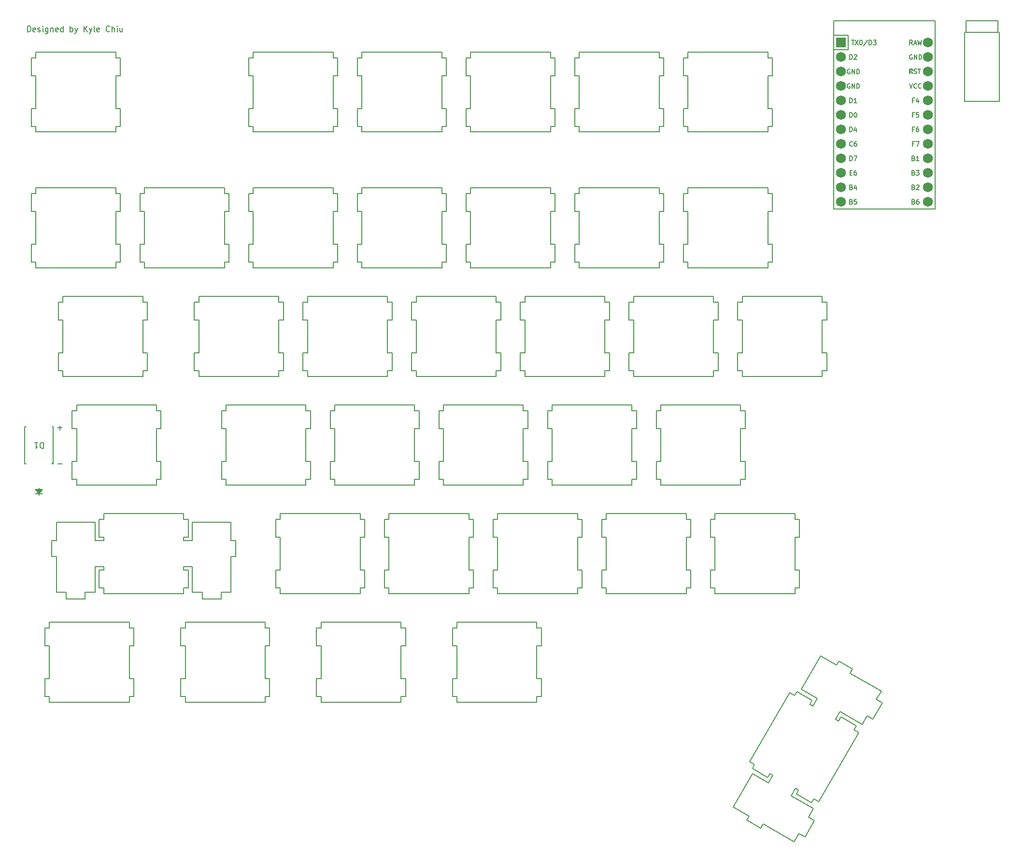
<source format=gbr>
G04 #@! TF.GenerationSoftware,KiCad,Pcbnew,7.0.9*
G04 #@! TF.CreationDate,2023-12-20T02:37:33-06:00*
G04 #@! TF.ProjectId,keyboard,6b657962-6f61-4726-942e-6b696361645f,rev?*
G04 #@! TF.SameCoordinates,Original*
G04 #@! TF.FileFunction,Legend,Top*
G04 #@! TF.FilePolarity,Positive*
%FSLAX46Y46*%
G04 Gerber Fmt 4.6, Leading zero omitted, Abs format (unit mm)*
G04 Created by KiCad (PCBNEW 7.0.9) date 2023-12-20 02:37:33*
%MOMM*%
%LPD*%
G01*
G04 APERTURE LIST*
%ADD10C,0.200000*%
%ADD11C,0.150000*%
%ADD12C,0.152400*%
%ADD13R,1.752600X1.752600*%
%ADD14C,1.752600*%
G04 APERTURE END LIST*
D10*
X108260690Y-73551000D02*
X122259990Y-73551000D01*
X146072490Y-129700400D02*
X146871890Y-129700400D01*
X104010790Y-63651000D02*
X104010790Y-60551000D01*
X70160690Y-63651000D02*
X70160690Y-69451000D01*
X132585790Y-88501200D02*
X131784990Y-88501200D01*
X146359290Y-36740000D02*
X145559890Y-36740000D01*
X187498990Y-166716000D02*
X188365990Y-167216200D01*
X127310690Y-73551000D02*
X141309990Y-73551000D01*
X89210690Y-36740000D02*
X88409890Y-36740000D01*
X187191990Y-149449200D02*
X184505990Y-147898900D01*
X84159990Y-59552000D02*
X70160690Y-59552000D01*
X122259990Y-35739000D02*
X108260690Y-35739000D01*
X183240990Y-148090400D02*
X176240990Y-160215800D01*
X161158990Y-63651000D02*
X161158990Y-60551000D01*
X136547490Y-111650800D02*
X136547490Y-110650400D01*
X89210690Y-73551000D02*
X103209990Y-73551000D01*
X55072520Y-79601000D02*
X55072520Y-82701200D01*
X115917090Y-139851200D02*
X115917090Y-136750600D01*
X179409990Y-72550000D02*
X180210990Y-72550000D01*
X97934890Y-82701200D02*
X98735690Y-82701200D01*
X108771890Y-126601200D02*
X107972490Y-126601200D01*
X101116990Y-135751600D02*
X101116990Y-136750600D01*
X160359990Y-48739000D02*
X161158990Y-48739000D01*
X160359990Y-69451000D02*
X160359990Y-63651000D01*
X184172990Y-116701600D02*
X170172990Y-116701600D01*
X160359990Y-63651000D02*
X161158990Y-63651000D01*
X170172990Y-129700400D02*
X170172990Y-130700800D01*
X150834990Y-78602000D02*
X136835690Y-78602000D01*
X164609990Y-36740000D02*
X164609990Y-39839000D01*
X136547490Y-107551200D02*
X136547490Y-101751200D01*
X107972490Y-126601200D02*
X107972490Y-120801200D01*
X132585790Y-79601000D02*
X131784990Y-79601000D01*
X54741790Y-130470800D02*
X56467080Y-130470800D01*
X53916320Y-124200900D02*
X54741790Y-124200900D01*
X169371990Y-129700400D02*
X170172990Y-129700400D01*
X122548190Y-97651600D02*
X122548190Y-98650600D01*
X122548190Y-107551200D02*
X121747390Y-107551200D01*
X136034890Y-79601000D02*
X136034890Y-82701200D01*
X141309990Y-35739000D02*
X127310690Y-35739000D01*
X124128690Y-148750500D02*
X124928090Y-148750500D01*
X116984890Y-82701200D02*
X117785690Y-82701200D01*
X142109390Y-36740000D02*
X141309990Y-36740000D01*
X122259990Y-73551000D02*
X122259990Y-72550000D01*
X86116890Y-124200900D02*
X86116890Y-121400600D01*
X142109390Y-72550000D02*
X142109390Y-69451000D01*
X100316190Y-136750600D02*
X100316190Y-139851200D01*
X193873990Y-144674400D02*
X194285990Y-143960300D01*
X122548190Y-101751200D02*
X122548190Y-107551200D01*
X99246890Y-101751200D02*
X99246890Y-98650600D01*
X102697390Y-101751200D02*
X103498190Y-101751200D01*
X175446990Y-98650600D02*
X174647990Y-98650600D01*
X80265790Y-130470800D02*
X80265790Y-131671000D01*
X103209990Y-49738000D02*
X103209990Y-48739000D01*
X174134990Y-91600400D02*
X174935990Y-91600400D01*
X165122990Y-117700600D02*
X165122990Y-116701600D01*
X122259990Y-45639000D02*
X122259990Y-39839000D01*
X68291990Y-136750600D02*
X67491390Y-136750600D01*
X107459890Y-39839000D02*
X108260690Y-39839000D01*
X139728190Y-139851200D02*
X139728190Y-136750600D01*
X126509890Y-45639000D02*
X126509890Y-48739000D01*
X169884990Y-88501200D02*
X169884990Y-82701200D01*
X77302990Y-148750500D02*
X77302990Y-149751000D01*
X69359990Y-72550000D02*
X70160690Y-72550000D01*
X183531990Y-166186800D02*
X184294990Y-164865300D01*
X165408990Y-35739000D02*
X165408990Y-36740000D01*
X56467080Y-130470800D02*
X56467080Y-131671000D01*
X93973190Y-130700800D02*
X107972490Y-130700800D01*
X165408990Y-39839000D02*
X165408990Y-45639000D01*
X124128690Y-136750600D02*
X124128690Y-139851200D01*
X150834990Y-92600800D02*
X150834990Y-91600400D01*
X174647990Y-111650800D02*
X174647990Y-110650400D01*
X98447490Y-101751200D02*
X99246890Y-101751200D01*
X124128690Y-139851200D02*
X124928090Y-139851200D01*
X126509890Y-39839000D02*
X127310690Y-39839000D01*
X89210690Y-59552000D02*
X89210690Y-60551000D01*
X85291390Y-130470800D02*
X85291390Y-124200900D01*
X65910790Y-72550000D02*
X65910790Y-69451000D01*
X159846990Y-101751200D02*
X160647990Y-101751200D01*
X146359290Y-45639000D02*
X145559890Y-45639000D01*
X176751990Y-162271800D02*
X173376990Y-168117500D01*
X169371990Y-126601200D02*
X169371990Y-129700400D01*
X51110640Y-39839000D02*
X51110640Y-45639000D01*
X93973190Y-117700600D02*
X93172390Y-117700600D01*
X98735690Y-78602000D02*
X98735690Y-79601000D01*
X108260690Y-59552000D02*
X108260690Y-60551000D01*
X160359990Y-60551000D02*
X160359990Y-59552000D01*
X188934990Y-91600400D02*
X189735990Y-91600400D01*
X117785690Y-78602000D02*
X117785690Y-79601000D01*
X122259990Y-69451000D02*
X122259990Y-63651000D01*
X108260690Y-39839000D02*
X108260690Y-45639000D01*
X126509890Y-63651000D02*
X127310690Y-63651000D01*
X89210690Y-69451000D02*
X88409890Y-69451000D01*
X137346890Y-107551200D02*
X136547490Y-107551200D01*
X116984890Y-79601000D02*
X116984890Y-82701200D01*
X160359990Y-39839000D02*
X161158990Y-39839000D01*
X107459890Y-60551000D02*
X107459890Y-63651000D01*
X184505990Y-147898900D02*
X184106990Y-148590700D01*
X176240990Y-160215800D02*
X177105990Y-160716000D01*
X112734990Y-82701200D02*
X113535790Y-82701200D01*
X189735990Y-91600400D02*
X189735990Y-88501200D01*
X78541890Y-126000400D02*
X78541890Y-130470800D01*
X136034890Y-91600400D02*
X136835690Y-91600400D01*
X103209990Y-72550000D02*
X104010790Y-72550000D01*
X65110190Y-69451000D02*
X65110190Y-63651000D01*
X127310690Y-69451000D02*
X126509890Y-69451000D01*
X65110190Y-39839000D02*
X65910790Y-39839000D01*
X184294990Y-164865300D02*
X184814990Y-165165700D01*
X86116890Y-121400600D02*
X85291390Y-121400600D01*
X188934990Y-88501200D02*
X188934990Y-82701200D01*
X77816990Y-129700400D02*
X77816990Y-126601200D01*
X145559890Y-72550000D02*
X146359290Y-72550000D01*
X127310690Y-49738000D02*
X141309990Y-49738000D01*
X136547490Y-97651600D02*
X122548190Y-97651600D01*
X179409990Y-63651000D02*
X180210990Y-63651000D01*
X131784990Y-92600800D02*
X131784990Y-91600400D01*
X174935990Y-92600800D02*
X188934990Y-92600800D01*
X188934990Y-78602000D02*
X174935990Y-78602000D01*
X93973190Y-120801200D02*
X93973190Y-126601200D01*
X108260690Y-36740000D02*
X107459890Y-36740000D01*
X141309990Y-73551000D02*
X141309990Y-72550000D01*
X175760990Y-170446300D02*
X178186990Y-171846440D01*
X180210990Y-60551000D02*
X179409990Y-60551000D01*
X174134990Y-79601000D02*
X174134990Y-82701200D01*
X161158990Y-48739000D02*
X161158990Y-45639000D01*
X50310000Y-69451000D02*
X50310000Y-72550000D01*
X70671890Y-79601000D02*
X69872690Y-79601000D01*
X196789990Y-152161200D02*
X197829990Y-152762000D01*
X174935990Y-91600400D02*
X174935990Y-92600800D01*
X72253890Y-110650400D02*
X73053190Y-110650400D01*
X191448990Y-143274200D02*
X188650990Y-141659200D01*
X55072520Y-82701200D02*
X55873150Y-82701200D01*
X62216290Y-117700600D02*
X62216290Y-120801200D01*
X101116990Y-148750500D02*
X101116990Y-149751000D01*
X121747390Y-101751200D02*
X122548190Y-101751200D01*
X194898990Y-153898900D02*
X192214990Y-152348600D01*
X150834990Y-88501200D02*
X150834990Y-82701200D01*
X124928090Y-148750500D02*
X124928090Y-149751000D01*
X112734990Y-91600400D02*
X113535790Y-91600400D01*
X104010790Y-36740000D02*
X103209990Y-36740000D01*
X160359990Y-72550000D02*
X161158990Y-72550000D01*
X79685690Y-88501200D02*
X78884990Y-88501200D01*
X102697390Y-110650400D02*
X103498190Y-110650400D01*
X76503790Y-139851200D02*
X77302990Y-139851200D01*
X139728190Y-136750600D02*
X138928790Y-136750600D01*
X139728190Y-148750500D02*
X139728190Y-145651200D01*
X112734990Y-79601000D02*
X112734990Y-78602000D01*
X94485790Y-91600400D02*
X94485790Y-88501200D01*
X188934990Y-92600800D02*
X188934990Y-91600400D01*
X159846990Y-110650400D02*
X160647990Y-110650400D01*
X127022490Y-126601200D02*
X127022490Y-120801200D01*
X79685690Y-82701200D02*
X79685690Y-88501200D01*
X69872690Y-82701200D02*
X70671890Y-82701200D01*
X155885990Y-79601000D02*
X155084990Y-79601000D01*
X179409990Y-49738000D02*
X179409990Y-48739000D01*
X113535790Y-79601000D02*
X112734990Y-79601000D01*
X54741790Y-124200900D02*
X54741790Y-130470800D01*
X132585790Y-91600400D02*
X132585790Y-88501200D01*
X50310000Y-63651000D02*
X51110640Y-63651000D01*
X57453770Y-98650600D02*
X57453770Y-101751200D01*
X131272390Y-117700600D02*
X131272390Y-120801200D01*
X146072490Y-130700800D02*
X146072490Y-129700400D01*
X131272390Y-129700400D02*
X132073190Y-129700400D01*
X50310000Y-60551000D02*
X50310000Y-63651000D01*
X58253020Y-97651600D02*
X58253020Y-98650600D01*
X189735990Y-88501200D02*
X188934990Y-88501200D01*
X174647990Y-98650600D02*
X174647990Y-97651600D01*
X65910790Y-36740000D02*
X65110190Y-36740000D01*
X155084990Y-88501200D02*
X155084990Y-91600400D01*
X53491900Y-149751000D02*
X67491390Y-149751000D01*
X93684990Y-92600800D02*
X93684990Y-91600400D01*
X115917090Y-148750500D02*
X115917090Y-145651200D01*
X94485790Y-82701200D02*
X94485790Y-79601000D01*
X146359290Y-73551000D02*
X160359990Y-73551000D01*
X123060790Y-36740000D02*
X122259990Y-36740000D01*
X84159990Y-63651000D02*
X84960790Y-63651000D01*
X93684990Y-82701200D02*
X94485790Y-82701200D01*
X179547990Y-163886900D02*
X176751990Y-162271800D01*
X145559890Y-36740000D02*
X145559890Y-39839000D01*
X136835690Y-82701200D02*
X136835690Y-88501200D01*
X65910790Y-48739000D02*
X65910790Y-45639000D01*
X103498190Y-97651600D02*
X103498190Y-98650600D01*
X191295990Y-152741300D02*
X192057990Y-151421100D01*
X173376990Y-168117500D02*
X176172990Y-169731200D01*
X77816990Y-120801200D02*
X77816990Y-117700600D01*
X124128690Y-145651200D02*
X124128690Y-148750500D01*
X117785690Y-92600800D02*
X131784990Y-92600800D01*
X151122990Y-130700800D02*
X165122990Y-130700800D01*
X115116290Y-135751600D02*
X101116990Y-135751600D01*
X108260690Y-60551000D02*
X107459890Y-60551000D01*
X136547490Y-110650400D02*
X137346890Y-110650400D01*
X99246890Y-107551200D02*
X98447490Y-107551200D01*
X170172990Y-120801200D02*
X170172990Y-126601200D01*
X93684990Y-91600400D02*
X94485790Y-91600400D01*
X72253890Y-101751200D02*
X73053190Y-101751200D01*
X70160690Y-59552000D02*
X70160690Y-60551000D01*
X70671890Y-91600400D02*
X70671890Y-88501200D01*
X65910790Y-60551000D02*
X65110190Y-60551000D01*
X102697390Y-98650600D02*
X102697390Y-101751200D01*
X184890990Y-172772480D02*
X185930990Y-173373300D01*
X69359990Y-63651000D02*
X70160690Y-63651000D01*
X165921990Y-129700400D02*
X165921990Y-126601200D01*
X68291990Y-139851200D02*
X68291990Y-136750600D01*
X155597990Y-107551200D02*
X155597990Y-101751200D01*
X127022490Y-116701600D02*
X113023190Y-116701600D01*
X156396990Y-101751200D02*
X156396990Y-98650600D01*
X77016390Y-129700400D02*
X77816990Y-129700400D01*
X188073990Y-149121200D02*
X187311990Y-150441400D01*
X127821890Y-129700400D02*
X127821890Y-126601200D01*
X65910790Y-63651000D02*
X65910790Y-60551000D01*
X77016390Y-121400600D02*
X77016390Y-120801200D01*
X62216290Y-126601200D02*
X62216290Y-129700400D01*
X70160690Y-60551000D02*
X69359990Y-60551000D01*
X112222390Y-126601200D02*
X112222390Y-129700400D01*
X117785690Y-82701200D02*
X117785690Y-88501200D01*
X177105990Y-160716000D02*
X176705990Y-161409200D01*
X170172990Y-130700800D02*
X184172990Y-130700800D01*
X141598190Y-97651600D02*
X141598190Y-98650600D01*
X151635990Y-79601000D02*
X150834990Y-79601000D01*
X184027990Y-174266290D02*
X184890990Y-172772480D01*
X179791990Y-162266300D02*
X180310990Y-162565400D01*
X69872690Y-92600800D02*
X69872690Y-91600400D01*
X195928990Y-153656300D02*
X196789990Y-152161200D01*
X175446990Y-107551200D02*
X174647990Y-107551200D01*
X123060790Y-39839000D02*
X123060790Y-36740000D01*
X65110190Y-63651000D02*
X65910790Y-63651000D01*
X180210990Y-63651000D02*
X180210990Y-60551000D01*
X77816990Y-117700600D02*
X77016390Y-117700600D01*
X126509890Y-36740000D02*
X126509890Y-39839000D01*
X124928090Y-145651200D02*
X124128690Y-145651200D01*
X142109390Y-60551000D02*
X141309990Y-60551000D01*
X197829990Y-152762000D02*
X199479990Y-149903900D01*
X127821890Y-126601200D02*
X127022490Y-126601200D01*
X142109390Y-48739000D02*
X142109390Y-45639000D01*
X160647990Y-98650600D02*
X159846990Y-98650600D01*
X108260690Y-69451000D02*
X107459890Y-69451000D01*
X67491390Y-145651200D02*
X67491390Y-139851200D01*
X165408990Y-69451000D02*
X164609990Y-69451000D01*
X69872690Y-79601000D02*
X69872690Y-78602000D01*
X88409890Y-39839000D02*
X89210690Y-39839000D01*
X188934990Y-79601000D02*
X188934990Y-78602000D01*
X124928090Y-135751600D02*
X124928090Y-136750600D01*
X122259990Y-59552000D02*
X108260690Y-59552000D01*
X136547490Y-98650600D02*
X136547490Y-97651600D01*
X115116290Y-149751000D02*
X115116290Y-148750500D01*
X170172990Y-117700600D02*
X169371990Y-117700600D01*
X84159990Y-72550000D02*
X84960790Y-72550000D01*
X84960790Y-60551000D02*
X84159990Y-60551000D01*
X113023190Y-116701600D02*
X113023190Y-117700600D01*
X77302990Y-145651200D02*
X76503790Y-145651200D01*
X155597990Y-98650600D02*
X155597990Y-97651600D01*
X146072490Y-116701600D02*
X132073190Y-116701600D01*
X179409990Y-48739000D02*
X180210990Y-48739000D01*
X51110640Y-35739000D02*
X51110640Y-36740000D01*
X160647990Y-110650400D02*
X160647990Y-111650800D01*
X78884990Y-79601000D02*
X78884990Y-82701200D01*
X180210990Y-45639000D02*
X179409990Y-45639000D01*
X179409990Y-36740000D02*
X179409990Y-35739000D01*
X69872690Y-88501200D02*
X69872690Y-82701200D01*
X77302990Y-136750600D02*
X76503790Y-136750600D01*
X131784990Y-78602000D02*
X117785690Y-78602000D01*
X107459890Y-63651000D02*
X108260690Y-63651000D01*
X65110190Y-60551000D02*
X65110190Y-59552000D01*
X169371990Y-117700600D02*
X169371990Y-120801200D01*
X146359290Y-60551000D02*
X145559890Y-60551000D01*
X199303990Y-147809300D02*
X193873990Y-144674400D01*
X51110640Y-63651000D02*
X51110640Y-69451000D01*
X65110190Y-45639000D02*
X65110190Y-39839000D01*
X115116290Y-136750600D02*
X115116290Y-135751600D01*
X179409990Y-73551000D02*
X179409990Y-72550000D01*
X103209990Y-35739000D02*
X89210690Y-35739000D01*
X93684990Y-78602000D02*
X79685690Y-78602000D01*
X50310000Y-36740000D02*
X50310000Y-39839000D01*
X58253020Y-110650400D02*
X58253020Y-111650800D01*
X123060790Y-72550000D02*
X123060790Y-69451000D01*
X146359290Y-59552000D02*
X146359290Y-60551000D01*
X146359290Y-49738000D02*
X160359990Y-49738000D01*
X92103190Y-148750500D02*
X92103190Y-145651200D01*
X151635990Y-82701200D02*
X151635990Y-79601000D01*
X150321990Y-117700600D02*
X150321990Y-120801200D01*
X179409990Y-59552000D02*
X165408990Y-59552000D01*
X103498190Y-111650800D02*
X117497490Y-111650800D01*
X164609990Y-39839000D02*
X165408990Y-39839000D01*
X117497490Y-111650800D02*
X117497490Y-110650400D01*
X55873150Y-88501200D02*
X55072520Y-88501200D01*
X169884990Y-91600400D02*
X170685990Y-91600400D01*
X51110640Y-49738000D02*
X65110190Y-49738000D01*
X185930990Y-173373300D02*
X187580990Y-170515200D01*
X63016890Y-116701600D02*
X63016890Y-117700600D01*
X93172390Y-126601200D02*
X93172390Y-129700400D01*
X192214990Y-152348600D02*
X191813990Y-153040400D01*
X112222390Y-129700400D02*
X113023190Y-129700400D01*
X68291990Y-148750500D02*
X68291990Y-145651200D01*
X98447490Y-110650400D02*
X99246890Y-110650400D01*
X92103190Y-145651200D02*
X91303790Y-145651200D01*
X107459890Y-36740000D02*
X107459890Y-39839000D01*
X103209990Y-73551000D02*
X103209990Y-72550000D01*
X70160690Y-72550000D02*
X70160690Y-73551000D01*
X84960790Y-72550000D02*
X84960790Y-69451000D01*
X89210690Y-72550000D02*
X89210690Y-73551000D01*
X176172990Y-169731200D02*
X175760990Y-170446300D01*
X92103190Y-136750600D02*
X91303790Y-136750600D01*
X108260690Y-48739000D02*
X108260690Y-49738000D01*
X93973190Y-116701600D02*
X93973190Y-117700600D01*
X112734990Y-88501200D02*
X112734990Y-82701200D01*
X122548190Y-98650600D02*
X121747390Y-98650600D01*
X140797390Y-107551200D02*
X140797390Y-110650400D01*
X164609990Y-48739000D02*
X165408990Y-48739000D01*
X151635990Y-88501200D02*
X150834990Y-88501200D01*
X136835690Y-92600800D02*
X150834990Y-92600800D01*
X151122990Y-126601200D02*
X150321990Y-126601200D01*
X123060790Y-48739000D02*
X123060790Y-45639000D01*
X67491390Y-135751600D02*
X53491900Y-135751600D01*
X127310690Y-59552000D02*
X127310690Y-60551000D01*
X52691270Y-136750600D02*
X52691270Y-139851200D01*
X61491390Y-121400600D02*
X61491390Y-118170500D01*
X180210990Y-48739000D02*
X180210990Y-45639000D01*
X55873150Y-92600800D02*
X69872690Y-92600800D01*
X91303790Y-145651200D02*
X91303790Y-139851200D01*
X165122990Y-126601200D02*
X165122990Y-120801200D01*
X88409890Y-63651000D02*
X89210690Y-63651000D01*
X146072490Y-117700600D02*
X146072490Y-116701600D01*
X141309990Y-59552000D02*
X127310690Y-59552000D01*
X107972490Y-116701600D02*
X93973190Y-116701600D01*
X53491900Y-135751600D02*
X53491900Y-136750600D01*
X186539990Y-169914400D02*
X187403990Y-168422000D01*
X122259990Y-36740000D02*
X122259990Y-35739000D01*
X84448190Y-98650600D02*
X83647490Y-98650600D01*
X77016390Y-126000400D02*
X78541890Y-126000400D01*
X126509890Y-72550000D02*
X127310690Y-72550000D01*
X146072490Y-126601200D02*
X146072490Y-120801200D01*
X103498190Y-107551200D02*
X102697390Y-107551200D01*
X88409890Y-69451000D02*
X88409890Y-72550000D01*
X121747390Y-110650400D02*
X122548190Y-110650400D01*
X138928790Y-148750500D02*
X139728190Y-148750500D01*
X50310000Y-72550000D02*
X51110640Y-72550000D01*
X91303790Y-136750600D02*
X91303790Y-135751600D01*
X188365990Y-167216200D02*
X195364990Y-155090900D01*
X188650990Y-141659200D02*
X185275990Y-147506200D01*
X72253890Y-98650600D02*
X72253890Y-97651600D01*
X131784990Y-82701200D02*
X132585790Y-82701200D01*
X65110190Y-36740000D02*
X65110190Y-35739000D01*
X107972490Y-129700400D02*
X108771890Y-129700400D01*
X69359990Y-60551000D02*
X69359990Y-63651000D01*
X53491900Y-136750600D02*
X52691270Y-136750600D01*
X160647990Y-101751200D02*
X160647990Y-107551200D01*
X52691270Y-148750500D02*
X53491900Y-148750500D01*
X191813990Y-153040400D02*
X191295990Y-152741300D01*
X141598190Y-111650800D02*
X155597990Y-111650800D01*
X180310990Y-162565400D02*
X179547990Y-163886900D01*
X113023190Y-126601200D02*
X112222390Y-126601200D01*
X185275990Y-147506200D02*
X188073990Y-149121200D01*
X84448190Y-111650800D02*
X98447490Y-111650800D01*
X57453770Y-107551200D02*
X57453770Y-110650400D01*
X191861990Y-142560500D02*
X191448990Y-143274200D01*
X169884990Y-92600800D02*
X169884990Y-91600400D01*
X100316190Y-145651200D02*
X100316190Y-148750500D01*
X195364990Y-155090900D02*
X194499990Y-154590600D01*
X76503790Y-145651200D02*
X76503790Y-148750500D01*
X132073190Y-130700800D02*
X146072490Y-130700800D01*
X156396990Y-98650600D02*
X155597990Y-98650600D01*
X100316190Y-139851200D02*
X101116990Y-139851200D01*
X117497490Y-101751200D02*
X118296890Y-101751200D01*
X78541890Y-121400600D02*
X77016390Y-121400600D01*
X145559890Y-39839000D02*
X146359290Y-39839000D01*
X184106990Y-148590700D02*
X183240990Y-148090400D01*
X83647490Y-98650600D02*
X83647490Y-101751200D01*
X122259990Y-60551000D02*
X122259990Y-59552000D01*
X89210690Y-45639000D02*
X88409890Y-45639000D01*
X91303790Y-135751600D02*
X77302990Y-135751600D01*
X113023190Y-117700600D02*
X112222390Y-117700600D01*
X131784990Y-91600400D02*
X132585790Y-91600400D01*
X170685990Y-82701200D02*
X170685990Y-79601000D01*
X113023190Y-129700400D02*
X113023190Y-130700800D01*
X104010790Y-69451000D02*
X103209990Y-69451000D01*
X118296890Y-101751200D02*
X118296890Y-98650600D01*
X138928790Y-145651200D02*
X138928790Y-139851200D01*
X65110190Y-72550000D02*
X65910790Y-72550000D01*
X146359290Y-48739000D02*
X146359290Y-49738000D01*
X124928090Y-139851200D02*
X124928090Y-145651200D01*
X141309990Y-39839000D02*
X142109390Y-39839000D01*
X67491390Y-139851200D02*
X68291990Y-139851200D01*
X136835690Y-88501200D02*
X136034890Y-88501200D01*
X127821890Y-117700600D02*
X127022490Y-117700600D01*
X61491390Y-118170500D02*
X54741790Y-118170500D01*
X104010790Y-48739000D02*
X104010790Y-45639000D01*
X146359290Y-69451000D02*
X145559890Y-69451000D01*
X179409990Y-45639000D02*
X179409990Y-39839000D01*
X59766090Y-130470800D02*
X61491390Y-130470800D01*
X155084990Y-91600400D02*
X155885990Y-91600400D01*
X141598190Y-107551200D02*
X140797390Y-107551200D01*
X112222390Y-117700600D02*
X112222390Y-120801200D01*
X117785690Y-79601000D02*
X116984890Y-79601000D01*
X184172990Y-126601200D02*
X184172990Y-120801200D01*
X83566190Y-131671000D02*
X83566190Y-130470800D01*
X108260690Y-72550000D02*
X108260690Y-73551000D01*
X165122990Y-120801200D02*
X165921990Y-120801200D01*
X159846990Y-98650600D02*
X159846990Y-101751200D01*
X107459890Y-69451000D02*
X107459890Y-72550000D01*
X65110190Y-73551000D02*
X65110190Y-72550000D01*
X85291390Y-118170500D02*
X78541890Y-118170500D01*
X179409990Y-39839000D02*
X180210990Y-39839000D01*
X180210990Y-36740000D02*
X179409990Y-36740000D01*
X169884990Y-82701200D02*
X170685990Y-82701200D01*
X69872690Y-91600400D02*
X70671890Y-91600400D01*
X53491900Y-145651200D02*
X52691270Y-145651200D01*
X122548190Y-111650800D02*
X136547490Y-111650800D01*
X145559890Y-63651000D02*
X146359290Y-63651000D01*
X63016890Y-126000400D02*
X63016890Y-126601200D01*
X89210690Y-49738000D02*
X103209990Y-49738000D01*
X98735690Y-91600400D02*
X98735690Y-92600800D01*
X94485790Y-88501200D02*
X93684990Y-88501200D01*
X69872690Y-78602000D02*
X55873150Y-78602000D01*
X155885990Y-82701200D02*
X155885990Y-88501200D01*
X170172990Y-126601200D02*
X169371990Y-126601200D01*
X73053190Y-101751200D02*
X73053190Y-98650600D01*
X136835690Y-79601000D02*
X136034890Y-79601000D01*
X180210990Y-72550000D02*
X180210990Y-69451000D01*
X73053190Y-98650600D02*
X72253890Y-98650600D01*
X101116990Y-145651200D02*
X100316190Y-145651200D01*
X93172390Y-120801200D02*
X93973190Y-120801200D01*
X65910790Y-45639000D02*
X65110190Y-45639000D01*
X84159990Y-73551000D02*
X84159990Y-72550000D01*
X132073190Y-116701600D02*
X132073190Y-117700600D01*
X180210990Y-69451000D02*
X179409990Y-69451000D01*
X140797390Y-101751200D02*
X141598190Y-101751200D01*
X55873150Y-91600400D02*
X55873150Y-92600800D01*
X145559890Y-60551000D02*
X145559890Y-63651000D01*
X169371990Y-120801200D02*
X170172990Y-120801200D01*
X192057990Y-151421100D02*
X195928990Y-153656300D01*
X127022490Y-129700400D02*
X127821890Y-129700400D01*
X77016390Y-117700600D02*
X77016390Y-116701600D01*
X103209990Y-59552000D02*
X89210690Y-59552000D01*
X141309990Y-45639000D02*
X141309990Y-39839000D01*
X98735690Y-82701200D02*
X98735690Y-88501200D01*
X91303790Y-139851200D02*
X92103190Y-139851200D01*
X98447490Y-111650800D02*
X98447490Y-110650400D01*
X141309990Y-69451000D02*
X141309990Y-63651000D01*
X83647490Y-107551200D02*
X83647490Y-110650400D01*
X141309990Y-63651000D02*
X142109390Y-63651000D01*
X142109390Y-69451000D02*
X141309990Y-69451000D01*
X63016890Y-130700800D02*
X77016390Y-130700800D01*
X72253890Y-111650800D02*
X72253890Y-110650400D01*
X62216290Y-129700400D02*
X63016890Y-129700400D01*
X160359990Y-45639000D02*
X160359990Y-39839000D01*
X138928790Y-136750600D02*
X138928790Y-135751600D01*
X93684990Y-88501200D02*
X93684990Y-82701200D01*
X115116290Y-145651200D02*
X115116290Y-139851200D01*
X138928790Y-149751000D02*
X138928790Y-148750500D01*
X126509890Y-69451000D02*
X126509890Y-72550000D01*
X127310690Y-35739000D02*
X127310690Y-36740000D01*
X184172990Y-117700600D02*
X184172990Y-116701600D01*
X103498190Y-110650400D02*
X103498190Y-111650800D01*
X78541890Y-118170500D02*
X78541890Y-121400600D01*
X118296890Y-107551200D02*
X117497490Y-107551200D01*
X51110640Y-73551000D02*
X65110190Y-73551000D01*
X70671890Y-88501200D02*
X69872690Y-88501200D01*
X51110640Y-69451000D02*
X50310000Y-69451000D01*
X88409890Y-72550000D02*
X89210690Y-72550000D01*
X78884990Y-91600400D02*
X79685690Y-91600400D01*
X142109390Y-45639000D02*
X141309990Y-45639000D01*
X93172390Y-117700600D02*
X93172390Y-120801200D01*
X92103190Y-139851200D02*
X92103190Y-136750600D01*
X138928790Y-139851200D02*
X139728190Y-139851200D01*
X179409990Y-60551000D02*
X179409990Y-59552000D01*
X127310690Y-72550000D02*
X127310690Y-73551000D01*
X67491390Y-149751000D02*
X67491390Y-148750500D01*
X84448190Y-107551200D02*
X83647490Y-107551200D01*
X146359290Y-39839000D02*
X146359290Y-45639000D01*
X107972490Y-130700800D02*
X107972490Y-129700400D01*
X132073190Y-117700600D02*
X131272390Y-117700600D01*
X89210690Y-39839000D02*
X89210690Y-45639000D01*
X155885990Y-91600400D02*
X155885990Y-92600800D01*
X97934890Y-79601000D02*
X97934890Y-82701200D01*
X141309990Y-72550000D02*
X142109390Y-72550000D01*
X150834990Y-91600400D02*
X151635990Y-91600400D01*
X84448190Y-97651600D02*
X84448190Y-98650600D01*
X93684990Y-79601000D02*
X93684990Y-78602000D01*
X108260690Y-35739000D02*
X108260690Y-36740000D01*
X108260690Y-63651000D02*
X108260690Y-69451000D01*
X118296890Y-110650400D02*
X118296890Y-107551200D01*
X89210690Y-63651000D02*
X89210690Y-69451000D01*
X117497490Y-110650400D02*
X118296890Y-110650400D01*
X126509890Y-60551000D02*
X126509890Y-63651000D01*
X165408990Y-48739000D02*
X165408990Y-49738000D01*
X83647490Y-101751200D02*
X84448190Y-101751200D01*
X174935990Y-82701200D02*
X174935990Y-88501200D01*
X77016390Y-116701600D02*
X63016890Y-116701600D01*
X131784990Y-79601000D02*
X131784990Y-78602000D01*
X63016890Y-117700600D02*
X62216290Y-117700600D01*
X180210990Y-39839000D02*
X180210990Y-36740000D01*
X170685990Y-91600400D02*
X170685990Y-88501200D01*
X78884990Y-82701200D02*
X79685690Y-82701200D01*
X117785690Y-88501200D02*
X116984890Y-88501200D01*
X184172990Y-129700400D02*
X184971990Y-129700400D01*
X62216290Y-120801200D02*
X63016890Y-120801200D01*
X127310690Y-36740000D02*
X126509890Y-36740000D01*
X54741790Y-121400600D02*
X53916320Y-121400600D01*
X115116290Y-148750500D02*
X115917090Y-148750500D01*
X116984890Y-88501200D02*
X116984890Y-91600400D01*
X139728190Y-145651200D02*
X138928790Y-145651200D01*
X141309990Y-48739000D02*
X142109390Y-48739000D01*
X136835690Y-91600400D02*
X136835690Y-92600800D01*
X65110190Y-48739000D02*
X65910790Y-48739000D01*
X98447490Y-98650600D02*
X98447490Y-97651600D01*
X146072490Y-120801200D02*
X146871890Y-120801200D01*
X127310690Y-63651000D02*
X127310690Y-69451000D01*
X164609990Y-45639000D02*
X164609990Y-48739000D01*
X115917090Y-136750600D02*
X115116290Y-136750600D01*
X165122990Y-129700400D02*
X165921990Y-129700400D01*
X199479990Y-149903900D02*
X198440990Y-149304500D01*
X97934890Y-88501200D02*
X97934890Y-91600400D01*
X174647990Y-97651600D02*
X160647990Y-97651600D01*
X127821890Y-120801200D02*
X127821890Y-117700600D01*
X179409990Y-69451000D02*
X179409990Y-63651000D01*
X142109390Y-39839000D02*
X142109390Y-36740000D01*
X117497490Y-97651600D02*
X103498190Y-97651600D01*
X155885990Y-78602000D02*
X155885990Y-79601000D01*
X122259990Y-72550000D02*
X123060790Y-72550000D01*
X161158990Y-69451000D02*
X160359990Y-69451000D01*
X161158990Y-36740000D02*
X160359990Y-36740000D01*
X170685990Y-88501200D02*
X169884990Y-88501200D01*
X51110640Y-36740000D02*
X50310000Y-36740000D01*
X65110190Y-35739000D02*
X51110640Y-35739000D01*
X115116290Y-139851200D02*
X115917090Y-139851200D01*
X100316190Y-148750500D02*
X101116990Y-148750500D01*
X127022490Y-120801200D02*
X127821890Y-120801200D01*
X141309990Y-49738000D02*
X141309990Y-48739000D01*
X178598990Y-171131200D02*
X184027990Y-174266290D01*
X108771890Y-120801200D02*
X108771890Y-117700600D01*
X187099990Y-167409200D02*
X187498990Y-166716000D01*
X146871890Y-129700400D02*
X146871890Y-126601200D01*
X91303790Y-148750500D02*
X92103190Y-148750500D01*
X140797390Y-98650600D02*
X140797390Y-101751200D01*
X165408990Y-59552000D02*
X165408990Y-60551000D01*
X98735690Y-92600800D02*
X112734990Y-92600800D01*
X146359290Y-63651000D02*
X146359290Y-69451000D01*
X184172990Y-130700800D02*
X184172990Y-129700400D01*
X179390990Y-162959500D02*
X179791990Y-162266300D01*
X127310690Y-48739000D02*
X127310690Y-49738000D01*
X127310690Y-39839000D02*
X127310690Y-45639000D01*
X160359990Y-59552000D02*
X146359290Y-59552000D01*
X132073190Y-126601200D02*
X131272390Y-126601200D01*
X160359990Y-73551000D02*
X160359990Y-72550000D01*
X88409890Y-36740000D02*
X88409890Y-39839000D01*
X184413990Y-165858900D02*
X187099990Y-167409200D01*
X141598190Y-110650400D02*
X141598190Y-111650800D01*
X164609990Y-72550000D02*
X165408990Y-72550000D01*
X103209990Y-63651000D02*
X104010790Y-63651000D01*
X136034890Y-82701200D02*
X136835690Y-82701200D01*
X69359990Y-69451000D02*
X69359990Y-72550000D01*
X78541890Y-130470800D02*
X80265790Y-130470800D01*
X127310690Y-60551000D02*
X126509890Y-60551000D01*
X155597990Y-101751200D02*
X156396990Y-101751200D01*
X99246890Y-110650400D02*
X99246890Y-107551200D01*
X174935990Y-88501200D02*
X174134990Y-88501200D01*
X122259990Y-49738000D02*
X122259990Y-48739000D01*
X51110640Y-59552000D02*
X51110640Y-60551000D01*
X73053190Y-107551200D02*
X72253890Y-107551200D01*
X51110640Y-72550000D02*
X51110640Y-73551000D01*
X160647990Y-111650800D02*
X174647990Y-111650800D01*
X145559890Y-69451000D02*
X145559890Y-72550000D01*
X51110640Y-60551000D02*
X50310000Y-60551000D01*
X107459890Y-72550000D02*
X108260690Y-72550000D01*
X156396990Y-107551200D02*
X155597990Y-107551200D01*
X145559890Y-45639000D02*
X145559890Y-48739000D01*
X189735990Y-82701200D02*
X189735990Y-79601000D01*
X98447490Y-107551200D02*
X98447490Y-101751200D01*
X165122990Y-116701600D02*
X151122990Y-116701600D01*
X155885990Y-88501200D02*
X155084990Y-88501200D01*
X151635990Y-91600400D02*
X151635990Y-88501200D01*
X127022490Y-117700600D02*
X127022490Y-116701600D01*
X88409890Y-45639000D02*
X88409890Y-48739000D01*
X194499990Y-154590600D02*
X194898990Y-153898900D01*
X57453770Y-110650400D02*
X58253020Y-110650400D01*
X164609990Y-60551000D02*
X164609990Y-63651000D01*
X121747390Y-107551200D02*
X121747390Y-110650400D01*
X124928090Y-136750600D02*
X124128690Y-136750600D01*
X108771890Y-129700400D02*
X108771890Y-126601200D01*
X85291390Y-121400600D02*
X85291390Y-118170500D01*
X132073190Y-129700400D02*
X132073190Y-130700800D01*
X116984890Y-91600400D02*
X117785690Y-91600400D01*
X112734990Y-78602000D02*
X98735690Y-78602000D01*
X84960790Y-69451000D02*
X84159990Y-69451000D01*
X94485790Y-79601000D02*
X93684990Y-79601000D01*
X137346890Y-98650600D02*
X136547490Y-98650600D01*
X161158990Y-39839000D02*
X161158990Y-36740000D01*
X123060790Y-63651000D02*
X123060790Y-60551000D01*
X107972490Y-120801200D02*
X108771890Y-120801200D01*
X165408990Y-73551000D02*
X179409990Y-73551000D01*
X122259990Y-63651000D02*
X123060790Y-63651000D01*
X117785690Y-91600400D02*
X117785690Y-92600800D01*
X70160690Y-73551000D02*
X84159990Y-73551000D01*
X65910790Y-69451000D02*
X65110190Y-69451000D01*
X160647990Y-107551200D02*
X159846990Y-107551200D01*
X107972490Y-117700600D02*
X107972490Y-116701600D01*
X126509890Y-48739000D02*
X127310690Y-48739000D01*
X113535790Y-88501200D02*
X112734990Y-88501200D01*
X175446990Y-101751200D02*
X175446990Y-98650600D01*
X184172990Y-120801200D02*
X184971990Y-120801200D01*
X169884990Y-79601000D02*
X169884990Y-78602000D01*
X83647490Y-110650400D02*
X84448190Y-110650400D01*
X150321990Y-129700400D02*
X151122990Y-129700400D01*
X188934990Y-82701200D02*
X189735990Y-82701200D01*
X104010790Y-60551000D02*
X103209990Y-60551000D01*
X151122990Y-120801200D02*
X151122990Y-126601200D01*
X132073190Y-120801200D02*
X132073190Y-126601200D01*
X79685690Y-78602000D02*
X79685690Y-79601000D01*
X77016390Y-126601200D02*
X77016390Y-126000400D01*
X61491390Y-130470800D02*
X61491390Y-126000400D01*
X174935990Y-79601000D02*
X174134990Y-79601000D01*
X103209990Y-36740000D02*
X103209990Y-35739000D01*
X165408990Y-36740000D02*
X164609990Y-36740000D01*
X161158990Y-60551000D02*
X160359990Y-60551000D01*
X108260690Y-49738000D02*
X122259990Y-49738000D01*
X50310000Y-39839000D02*
X51110640Y-39839000D01*
X102697390Y-107551200D02*
X102697390Y-110650400D01*
X73053190Y-110650400D02*
X73053190Y-107551200D01*
X52691270Y-145651200D02*
X52691270Y-148750500D01*
X187311990Y-150441400D02*
X186790990Y-150140900D01*
X63016890Y-121400600D02*
X61491390Y-121400600D01*
X164609990Y-63651000D02*
X165408990Y-63651000D01*
X77302990Y-139851200D02*
X77302990Y-145651200D01*
X91303790Y-149751000D02*
X91303790Y-148750500D01*
X103209990Y-60551000D02*
X103209990Y-59552000D01*
X65110190Y-49738000D02*
X65110190Y-48739000D01*
X83566190Y-130470800D02*
X85291390Y-130470800D01*
X184971990Y-117700600D02*
X184172990Y-117700600D01*
X160359990Y-49738000D02*
X160359990Y-48739000D01*
X136034890Y-88501200D02*
X136034890Y-91600400D01*
X170685990Y-79601000D02*
X169884990Y-79601000D01*
X175446990Y-110650400D02*
X175446990Y-107551200D01*
X58253020Y-101751200D02*
X58253020Y-107551200D01*
X131272390Y-126601200D02*
X131272390Y-129700400D01*
X72253890Y-97651600D02*
X58253020Y-97651600D01*
X89210690Y-60551000D02*
X88409890Y-60551000D01*
X161158990Y-45639000D02*
X160359990Y-45639000D01*
X107459890Y-45639000D02*
X107459890Y-48739000D01*
X140797390Y-110650400D02*
X141598190Y-110650400D01*
X146871890Y-120801200D02*
X146871890Y-117700600D01*
X58253020Y-107551200D02*
X57453770Y-107551200D01*
X78884990Y-88501200D02*
X78884990Y-91600400D01*
X160359990Y-35739000D02*
X146359290Y-35739000D01*
X141309990Y-36740000D02*
X141309990Y-35739000D01*
X55873150Y-79601000D02*
X55072520Y-79601000D01*
X68291990Y-145651200D02*
X67491390Y-145651200D01*
X50310000Y-48739000D02*
X51110640Y-48739000D01*
X55072520Y-88501200D02*
X55072520Y-91600400D01*
X104010790Y-39839000D02*
X104010790Y-36740000D01*
X57453770Y-101751200D02*
X58253020Y-101751200D01*
X103209990Y-45639000D02*
X103209990Y-39839000D01*
X103209990Y-39839000D02*
X104010790Y-39839000D01*
X141598190Y-101751200D02*
X141598190Y-107551200D01*
X67491390Y-136750600D02*
X67491390Y-135751600D01*
X161158990Y-72550000D02*
X161158990Y-69451000D01*
X77016390Y-130700800D02*
X77016390Y-129700400D01*
X122548190Y-110650400D02*
X122548190Y-111650800D01*
X77302990Y-135751600D02*
X77302990Y-136750600D01*
X150834990Y-82701200D02*
X151635990Y-82701200D01*
X145559890Y-48739000D02*
X146359290Y-48739000D01*
X121747390Y-98650600D02*
X121747390Y-101751200D01*
X146871890Y-126601200D02*
X146072490Y-126601200D01*
X53491900Y-139851200D02*
X53491900Y-145651200D01*
X65910790Y-39839000D02*
X65910790Y-36740000D01*
X165408990Y-45639000D02*
X164609990Y-45639000D01*
X156396990Y-110650400D02*
X156396990Y-107551200D01*
X136547490Y-101751200D02*
X137346890Y-101751200D01*
X165921990Y-117700600D02*
X165122990Y-117700600D01*
X160647990Y-97651600D02*
X160647990Y-98650600D01*
X141309990Y-60551000D02*
X141309990Y-59552000D01*
X174134990Y-88501200D02*
X174134990Y-91600400D01*
X127310690Y-45639000D02*
X126509890Y-45639000D01*
X67491390Y-148750500D02*
X68291990Y-148750500D01*
X98735690Y-79601000D02*
X97934890Y-79601000D01*
X165921990Y-120801200D02*
X165921990Y-117700600D01*
X85291390Y-124200900D02*
X86116890Y-124200900D01*
X123060790Y-45639000D02*
X122259990Y-45639000D01*
X184814990Y-165165700D02*
X184413990Y-165858900D01*
X127022490Y-130700800D02*
X127022490Y-129700400D01*
X176705990Y-161409200D02*
X179390990Y-162959500D01*
X54741790Y-118170500D02*
X54741790Y-121400600D01*
X76503790Y-148750500D02*
X77302990Y-148750500D01*
X184971990Y-126601200D02*
X184172990Y-126601200D01*
X189735990Y-79601000D02*
X188934990Y-79601000D01*
X76503790Y-136750600D02*
X76503790Y-139851200D01*
X99246890Y-98650600D02*
X98447490Y-98650600D01*
X142109390Y-63651000D02*
X142109390Y-60551000D01*
X61491390Y-126000400D02*
X63016890Y-126000400D01*
X123060790Y-60551000D02*
X122259990Y-60551000D01*
X160359990Y-36740000D02*
X160359990Y-35739000D01*
X101116990Y-136750600D02*
X100316190Y-136750600D01*
X122259990Y-48739000D02*
X123060790Y-48739000D01*
X88409890Y-48739000D02*
X89210690Y-48739000D01*
X113023190Y-130700800D02*
X127022490Y-130700800D01*
X151122990Y-116701600D02*
X151122990Y-117700600D01*
X150834990Y-79601000D02*
X150834990Y-78602000D01*
X65110190Y-59552000D02*
X51110640Y-59552000D01*
X146359290Y-72550000D02*
X146359290Y-73551000D01*
X98735690Y-88501200D02*
X97934890Y-88501200D01*
X58253020Y-98650600D02*
X57453770Y-98650600D01*
X103498190Y-101751200D02*
X103498190Y-107551200D01*
X169884990Y-78602000D02*
X155885990Y-78602000D01*
X93973190Y-129700400D02*
X93973190Y-130700800D01*
X55072520Y-91600400D02*
X55873150Y-91600400D01*
X146359290Y-35739000D02*
X146359290Y-36740000D01*
X137346890Y-110650400D02*
X137346890Y-107551200D01*
X159846990Y-107551200D02*
X159846990Y-110650400D01*
X52691270Y-139851200D02*
X53491900Y-139851200D01*
X112222390Y-120801200D02*
X113023190Y-120801200D01*
X174935990Y-78602000D02*
X174935990Y-79601000D01*
X118296890Y-98650600D02*
X117497490Y-98650600D01*
X132585790Y-82701200D02*
X132585790Y-79601000D01*
X77816990Y-126601200D02*
X77016390Y-126601200D01*
X165408990Y-63651000D02*
X165408990Y-69451000D01*
X174647990Y-110650400D02*
X175446990Y-110650400D01*
X124928090Y-149751000D02*
X138928790Y-149751000D01*
X55873150Y-82701200D02*
X55873150Y-88501200D01*
X150321990Y-120801200D02*
X151122990Y-120801200D01*
X53916320Y-121400600D02*
X53916320Y-124200900D01*
X108260690Y-45639000D02*
X107459890Y-45639000D01*
X93172390Y-129700400D02*
X93973190Y-129700400D01*
X70671890Y-82701200D02*
X70671890Y-79601000D01*
X88409890Y-60551000D02*
X88409890Y-63651000D01*
X79685690Y-79601000D02*
X78884990Y-79601000D01*
X122259990Y-39839000D02*
X123060790Y-39839000D01*
X63016890Y-126601200D02*
X62216290Y-126601200D01*
X187580990Y-170515200D02*
X186539990Y-169914400D01*
X155597990Y-110650400D02*
X156396990Y-110650400D01*
X155597990Y-111650800D02*
X155597990Y-110650400D01*
X165122990Y-130700800D02*
X165122990Y-129700400D01*
X151122990Y-129700400D02*
X151122990Y-130700800D01*
X50310000Y-45639000D02*
X50310000Y-48739000D01*
X104010790Y-45639000D02*
X103209990Y-45639000D01*
X58253020Y-111650800D02*
X72253890Y-111650800D01*
X93973190Y-126601200D02*
X93172390Y-126601200D01*
X101116990Y-139851200D02*
X101116990Y-145651200D01*
X138928790Y-135751600D02*
X124928090Y-135751600D01*
X198440990Y-149304500D02*
X199303990Y-147809300D01*
X72253890Y-107551200D02*
X72253890Y-101751200D01*
X131784990Y-88501200D02*
X131784990Y-82701200D01*
X108771890Y-117700600D02*
X107972490Y-117700600D01*
X117497490Y-107551200D02*
X117497490Y-101751200D01*
X184971990Y-129700400D02*
X184971990Y-126601200D01*
X155885990Y-92600800D02*
X169884990Y-92600800D01*
X115917090Y-145651200D02*
X115116290Y-145651200D01*
X179409990Y-35739000D02*
X165408990Y-35739000D01*
X89210690Y-35739000D02*
X89210690Y-36740000D01*
X112734990Y-92600800D02*
X112734990Y-91600400D01*
X107459890Y-48739000D02*
X108260690Y-48739000D01*
X151122990Y-117700600D02*
X150321990Y-117700600D01*
X186790990Y-150140900D02*
X187191990Y-149449200D01*
X84960790Y-63651000D02*
X84960790Y-60551000D01*
X150321990Y-126601200D02*
X150321990Y-129700400D01*
X137346890Y-101751200D02*
X137346890Y-98650600D01*
X165408990Y-72550000D02*
X165408990Y-73551000D01*
X70160690Y-69451000D02*
X69359990Y-69451000D01*
X165921990Y-126601200D02*
X165122990Y-126601200D01*
X55873150Y-78602000D02*
X55873150Y-79601000D01*
X155084990Y-79601000D02*
X155084990Y-82701200D01*
X79685690Y-91600400D02*
X79685690Y-92600800D01*
X184971990Y-120801200D02*
X184971990Y-117700600D01*
X155084990Y-82701200D02*
X155885990Y-82701200D01*
X103209990Y-69451000D02*
X103209990Y-63651000D01*
X89210690Y-48739000D02*
X89210690Y-49738000D01*
X56467080Y-131671000D02*
X59766090Y-131671000D01*
X174647990Y-107551200D02*
X174647990Y-101751200D01*
X51110640Y-48739000D02*
X51110640Y-49738000D01*
X98447490Y-97651600D02*
X84448190Y-97651600D01*
X146871890Y-117700600D02*
X146072490Y-117700600D01*
X104010790Y-72550000D02*
X104010790Y-69451000D01*
X123060790Y-69451000D02*
X122259990Y-69451000D01*
X51110640Y-45639000D02*
X50310000Y-45639000D01*
X103498190Y-98650600D02*
X102697390Y-98650600D01*
X187403990Y-168422000D02*
X183531990Y-166186800D01*
X170172990Y-116701600D02*
X170172990Y-117700600D01*
X136835690Y-78602000D02*
X136835690Y-79601000D01*
X84159990Y-69451000D02*
X84159990Y-63651000D01*
X77016390Y-120801200D02*
X77816990Y-120801200D01*
X103209990Y-48739000D02*
X104010790Y-48739000D01*
X84448190Y-110650400D02*
X84448190Y-111650800D01*
X59766090Y-131671000D02*
X59766090Y-130470800D01*
X164609990Y-69451000D02*
X164609990Y-72550000D01*
X80265790Y-131671000D02*
X83566190Y-131671000D01*
X117497490Y-98650600D02*
X117497490Y-97651600D01*
X141598190Y-98650600D02*
X140797390Y-98650600D01*
X113535790Y-91600400D02*
X113535790Y-88501200D01*
X113535790Y-82701200D02*
X113535790Y-79601000D01*
X77302990Y-149751000D02*
X91303790Y-149751000D01*
X165408990Y-49738000D02*
X179409990Y-49738000D01*
X97934890Y-91600400D02*
X98735690Y-91600400D01*
X194285990Y-143960300D02*
X191861990Y-142560500D01*
X155597990Y-97651600D02*
X141598190Y-97651600D01*
X165408990Y-60551000D02*
X164609990Y-60551000D01*
X84448190Y-101751200D02*
X84448190Y-107551200D01*
X178186990Y-171846440D02*
X178598990Y-171131200D01*
X53491900Y-148750500D02*
X53491900Y-149751000D01*
X101116990Y-149751000D02*
X115116290Y-149751000D01*
X174134990Y-82701200D02*
X174935990Y-82701200D01*
X131272390Y-120801200D02*
X132073190Y-120801200D01*
X113023190Y-120801200D02*
X113023190Y-126601200D01*
X174647990Y-101751200D02*
X175446990Y-101751200D01*
X63016890Y-120801200D02*
X63016890Y-121400600D01*
X84159990Y-60551000D02*
X84159990Y-59552000D01*
X79685690Y-92600800D02*
X93684990Y-92600800D01*
X63016890Y-129700400D02*
X63016890Y-130700800D01*
D11*
X49656779Y-32139819D02*
X49656779Y-31139819D01*
X49656779Y-31139819D02*
X49894874Y-31139819D01*
X49894874Y-31139819D02*
X50037731Y-31187438D01*
X50037731Y-31187438D02*
X50132969Y-31282676D01*
X50132969Y-31282676D02*
X50180588Y-31377914D01*
X50180588Y-31377914D02*
X50228207Y-31568390D01*
X50228207Y-31568390D02*
X50228207Y-31711247D01*
X50228207Y-31711247D02*
X50180588Y-31901723D01*
X50180588Y-31901723D02*
X50132969Y-31996961D01*
X50132969Y-31996961D02*
X50037731Y-32092200D01*
X50037731Y-32092200D02*
X49894874Y-32139819D01*
X49894874Y-32139819D02*
X49656779Y-32139819D01*
X51037731Y-32092200D02*
X50942493Y-32139819D01*
X50942493Y-32139819D02*
X50752017Y-32139819D01*
X50752017Y-32139819D02*
X50656779Y-32092200D01*
X50656779Y-32092200D02*
X50609160Y-31996961D01*
X50609160Y-31996961D02*
X50609160Y-31616009D01*
X50609160Y-31616009D02*
X50656779Y-31520771D01*
X50656779Y-31520771D02*
X50752017Y-31473152D01*
X50752017Y-31473152D02*
X50942493Y-31473152D01*
X50942493Y-31473152D02*
X51037731Y-31520771D01*
X51037731Y-31520771D02*
X51085350Y-31616009D01*
X51085350Y-31616009D02*
X51085350Y-31711247D01*
X51085350Y-31711247D02*
X50609160Y-31806485D01*
X51466303Y-32092200D02*
X51561541Y-32139819D01*
X51561541Y-32139819D02*
X51752017Y-32139819D01*
X51752017Y-32139819D02*
X51847255Y-32092200D01*
X51847255Y-32092200D02*
X51894874Y-31996961D01*
X51894874Y-31996961D02*
X51894874Y-31949342D01*
X51894874Y-31949342D02*
X51847255Y-31854104D01*
X51847255Y-31854104D02*
X51752017Y-31806485D01*
X51752017Y-31806485D02*
X51609160Y-31806485D01*
X51609160Y-31806485D02*
X51513922Y-31758866D01*
X51513922Y-31758866D02*
X51466303Y-31663628D01*
X51466303Y-31663628D02*
X51466303Y-31616009D01*
X51466303Y-31616009D02*
X51513922Y-31520771D01*
X51513922Y-31520771D02*
X51609160Y-31473152D01*
X51609160Y-31473152D02*
X51752017Y-31473152D01*
X51752017Y-31473152D02*
X51847255Y-31520771D01*
X52323446Y-32139819D02*
X52323446Y-31473152D01*
X52323446Y-31139819D02*
X52275827Y-31187438D01*
X52275827Y-31187438D02*
X52323446Y-31235057D01*
X52323446Y-31235057D02*
X52371065Y-31187438D01*
X52371065Y-31187438D02*
X52323446Y-31139819D01*
X52323446Y-31139819D02*
X52323446Y-31235057D01*
X53228207Y-31473152D02*
X53228207Y-32282676D01*
X53228207Y-32282676D02*
X53180588Y-32377914D01*
X53180588Y-32377914D02*
X53132969Y-32425533D01*
X53132969Y-32425533D02*
X53037731Y-32473152D01*
X53037731Y-32473152D02*
X52894874Y-32473152D01*
X52894874Y-32473152D02*
X52799636Y-32425533D01*
X53228207Y-32092200D02*
X53132969Y-32139819D01*
X53132969Y-32139819D02*
X52942493Y-32139819D01*
X52942493Y-32139819D02*
X52847255Y-32092200D01*
X52847255Y-32092200D02*
X52799636Y-32044580D01*
X52799636Y-32044580D02*
X52752017Y-31949342D01*
X52752017Y-31949342D02*
X52752017Y-31663628D01*
X52752017Y-31663628D02*
X52799636Y-31568390D01*
X52799636Y-31568390D02*
X52847255Y-31520771D01*
X52847255Y-31520771D02*
X52942493Y-31473152D01*
X52942493Y-31473152D02*
X53132969Y-31473152D01*
X53132969Y-31473152D02*
X53228207Y-31520771D01*
X53704398Y-31473152D02*
X53704398Y-32139819D01*
X53704398Y-31568390D02*
X53752017Y-31520771D01*
X53752017Y-31520771D02*
X53847255Y-31473152D01*
X53847255Y-31473152D02*
X53990112Y-31473152D01*
X53990112Y-31473152D02*
X54085350Y-31520771D01*
X54085350Y-31520771D02*
X54132969Y-31616009D01*
X54132969Y-31616009D02*
X54132969Y-32139819D01*
X54990112Y-32092200D02*
X54894874Y-32139819D01*
X54894874Y-32139819D02*
X54704398Y-32139819D01*
X54704398Y-32139819D02*
X54609160Y-32092200D01*
X54609160Y-32092200D02*
X54561541Y-31996961D01*
X54561541Y-31996961D02*
X54561541Y-31616009D01*
X54561541Y-31616009D02*
X54609160Y-31520771D01*
X54609160Y-31520771D02*
X54704398Y-31473152D01*
X54704398Y-31473152D02*
X54894874Y-31473152D01*
X54894874Y-31473152D02*
X54990112Y-31520771D01*
X54990112Y-31520771D02*
X55037731Y-31616009D01*
X55037731Y-31616009D02*
X55037731Y-31711247D01*
X55037731Y-31711247D02*
X54561541Y-31806485D01*
X55894874Y-32139819D02*
X55894874Y-31139819D01*
X55894874Y-32092200D02*
X55799636Y-32139819D01*
X55799636Y-32139819D02*
X55609160Y-32139819D01*
X55609160Y-32139819D02*
X55513922Y-32092200D01*
X55513922Y-32092200D02*
X55466303Y-32044580D01*
X55466303Y-32044580D02*
X55418684Y-31949342D01*
X55418684Y-31949342D02*
X55418684Y-31663628D01*
X55418684Y-31663628D02*
X55466303Y-31568390D01*
X55466303Y-31568390D02*
X55513922Y-31520771D01*
X55513922Y-31520771D02*
X55609160Y-31473152D01*
X55609160Y-31473152D02*
X55799636Y-31473152D01*
X55799636Y-31473152D02*
X55894874Y-31520771D01*
X57132970Y-32139819D02*
X57132970Y-31139819D01*
X57132970Y-31520771D02*
X57228208Y-31473152D01*
X57228208Y-31473152D02*
X57418684Y-31473152D01*
X57418684Y-31473152D02*
X57513922Y-31520771D01*
X57513922Y-31520771D02*
X57561541Y-31568390D01*
X57561541Y-31568390D02*
X57609160Y-31663628D01*
X57609160Y-31663628D02*
X57609160Y-31949342D01*
X57609160Y-31949342D02*
X57561541Y-32044580D01*
X57561541Y-32044580D02*
X57513922Y-32092200D01*
X57513922Y-32092200D02*
X57418684Y-32139819D01*
X57418684Y-32139819D02*
X57228208Y-32139819D01*
X57228208Y-32139819D02*
X57132970Y-32092200D01*
X57942494Y-31473152D02*
X58180589Y-32139819D01*
X58418684Y-31473152D02*
X58180589Y-32139819D01*
X58180589Y-32139819D02*
X58085351Y-32377914D01*
X58085351Y-32377914D02*
X58037732Y-32425533D01*
X58037732Y-32425533D02*
X57942494Y-32473152D01*
X59561542Y-32139819D02*
X59561542Y-31139819D01*
X60132970Y-32139819D02*
X59704399Y-31568390D01*
X60132970Y-31139819D02*
X59561542Y-31711247D01*
X60466304Y-31473152D02*
X60704399Y-32139819D01*
X60942494Y-31473152D02*
X60704399Y-32139819D01*
X60704399Y-32139819D02*
X60609161Y-32377914D01*
X60609161Y-32377914D02*
X60561542Y-32425533D01*
X60561542Y-32425533D02*
X60466304Y-32473152D01*
X61466304Y-32139819D02*
X61371066Y-32092200D01*
X61371066Y-32092200D02*
X61323447Y-31996961D01*
X61323447Y-31996961D02*
X61323447Y-31139819D01*
X62228209Y-32092200D02*
X62132971Y-32139819D01*
X62132971Y-32139819D02*
X61942495Y-32139819D01*
X61942495Y-32139819D02*
X61847257Y-32092200D01*
X61847257Y-32092200D02*
X61799638Y-31996961D01*
X61799638Y-31996961D02*
X61799638Y-31616009D01*
X61799638Y-31616009D02*
X61847257Y-31520771D01*
X61847257Y-31520771D02*
X61942495Y-31473152D01*
X61942495Y-31473152D02*
X62132971Y-31473152D01*
X62132971Y-31473152D02*
X62228209Y-31520771D01*
X62228209Y-31520771D02*
X62275828Y-31616009D01*
X62275828Y-31616009D02*
X62275828Y-31711247D01*
X62275828Y-31711247D02*
X61799638Y-31806485D01*
X64037733Y-32044580D02*
X63990114Y-32092200D01*
X63990114Y-32092200D02*
X63847257Y-32139819D01*
X63847257Y-32139819D02*
X63752019Y-32139819D01*
X63752019Y-32139819D02*
X63609162Y-32092200D01*
X63609162Y-32092200D02*
X63513924Y-31996961D01*
X63513924Y-31996961D02*
X63466305Y-31901723D01*
X63466305Y-31901723D02*
X63418686Y-31711247D01*
X63418686Y-31711247D02*
X63418686Y-31568390D01*
X63418686Y-31568390D02*
X63466305Y-31377914D01*
X63466305Y-31377914D02*
X63513924Y-31282676D01*
X63513924Y-31282676D02*
X63609162Y-31187438D01*
X63609162Y-31187438D02*
X63752019Y-31139819D01*
X63752019Y-31139819D02*
X63847257Y-31139819D01*
X63847257Y-31139819D02*
X63990114Y-31187438D01*
X63990114Y-31187438D02*
X64037733Y-31235057D01*
X64466305Y-32139819D02*
X64466305Y-31139819D01*
X64894876Y-32139819D02*
X64894876Y-31616009D01*
X64894876Y-31616009D02*
X64847257Y-31520771D01*
X64847257Y-31520771D02*
X64752019Y-31473152D01*
X64752019Y-31473152D02*
X64609162Y-31473152D01*
X64609162Y-31473152D02*
X64513924Y-31520771D01*
X64513924Y-31520771D02*
X64466305Y-31568390D01*
X65371067Y-32139819D02*
X65371067Y-31473152D01*
X65371067Y-31139819D02*
X65323448Y-31187438D01*
X65323448Y-31187438D02*
X65371067Y-31235057D01*
X65371067Y-31235057D02*
X65418686Y-31187438D01*
X65418686Y-31187438D02*
X65371067Y-31139819D01*
X65371067Y-31139819D02*
X65371067Y-31235057D01*
X66275828Y-31473152D02*
X66275828Y-32139819D01*
X65847257Y-31473152D02*
X65847257Y-31996961D01*
X65847257Y-31996961D02*
X65894876Y-32092200D01*
X65894876Y-32092200D02*
X65990114Y-32139819D01*
X65990114Y-32139819D02*
X66132971Y-32139819D01*
X66132971Y-32139819D02*
X66228209Y-32092200D01*
X66228209Y-32092200D02*
X66275828Y-32044580D01*
X54936779Y-101618866D02*
X55698684Y-101618866D01*
X55317731Y-101999819D02*
X55317731Y-101237914D01*
X55026779Y-107918866D02*
X55788684Y-107918866D01*
X205034333Y-44183247D02*
X204767667Y-44183247D01*
X204767667Y-44602295D02*
X204767667Y-43802295D01*
X204767667Y-43802295D02*
X205148619Y-43802295D01*
X205796238Y-44068961D02*
X205796238Y-44602295D01*
X205605762Y-43764200D02*
X205415285Y-44335628D01*
X205415285Y-44335628D02*
X205910524Y-44335628D01*
X194055190Y-61963247D02*
X194169476Y-62001342D01*
X194169476Y-62001342D02*
X194207571Y-62039438D01*
X194207571Y-62039438D02*
X194245667Y-62115628D01*
X194245667Y-62115628D02*
X194245667Y-62229914D01*
X194245667Y-62229914D02*
X194207571Y-62306104D01*
X194207571Y-62306104D02*
X194169476Y-62344200D01*
X194169476Y-62344200D02*
X194093286Y-62382295D01*
X194093286Y-62382295D02*
X193788524Y-62382295D01*
X193788524Y-62382295D02*
X193788524Y-61582295D01*
X193788524Y-61582295D02*
X194055190Y-61582295D01*
X194055190Y-61582295D02*
X194131381Y-61620390D01*
X194131381Y-61620390D02*
X194169476Y-61658485D01*
X194169476Y-61658485D02*
X194207571Y-61734676D01*
X194207571Y-61734676D02*
X194207571Y-61810866D01*
X194207571Y-61810866D02*
X194169476Y-61887057D01*
X194169476Y-61887057D02*
X194131381Y-61925152D01*
X194131381Y-61925152D02*
X194055190Y-61963247D01*
X194055190Y-61963247D02*
X193788524Y-61963247D01*
X194969476Y-61582295D02*
X194588524Y-61582295D01*
X194588524Y-61582295D02*
X194550428Y-61963247D01*
X194550428Y-61963247D02*
X194588524Y-61925152D01*
X194588524Y-61925152D02*
X194664714Y-61887057D01*
X194664714Y-61887057D02*
X194855190Y-61887057D01*
X194855190Y-61887057D02*
X194931381Y-61925152D01*
X194931381Y-61925152D02*
X194969476Y-61963247D01*
X194969476Y-61963247D02*
X195007571Y-62039438D01*
X195007571Y-62039438D02*
X195007571Y-62229914D01*
X195007571Y-62229914D02*
X194969476Y-62306104D01*
X194969476Y-62306104D02*
X194931381Y-62344200D01*
X194931381Y-62344200D02*
X194855190Y-62382295D01*
X194855190Y-62382295D02*
X194664714Y-62382295D01*
X194664714Y-62382295D02*
X194588524Y-62344200D01*
X194588524Y-62344200D02*
X194550428Y-62306104D01*
X194077651Y-33642295D02*
X194534794Y-33642295D01*
X194306222Y-34442295D02*
X194306222Y-33642295D01*
X194725270Y-33642295D02*
X195258604Y-34442295D01*
X195258604Y-33642295D02*
X194725270Y-34442295D01*
X195715747Y-33642295D02*
X195791937Y-33642295D01*
X195791937Y-33642295D02*
X195868128Y-33680390D01*
X195868128Y-33680390D02*
X195906223Y-33718485D01*
X195906223Y-33718485D02*
X195944318Y-33794676D01*
X195944318Y-33794676D02*
X195982413Y-33947057D01*
X195982413Y-33947057D02*
X195982413Y-34137533D01*
X195982413Y-34137533D02*
X195944318Y-34289914D01*
X195944318Y-34289914D02*
X195906223Y-34366104D01*
X195906223Y-34366104D02*
X195868128Y-34404200D01*
X195868128Y-34404200D02*
X195791937Y-34442295D01*
X195791937Y-34442295D02*
X195715747Y-34442295D01*
X195715747Y-34442295D02*
X195639556Y-34404200D01*
X195639556Y-34404200D02*
X195601461Y-34366104D01*
X195601461Y-34366104D02*
X195563366Y-34289914D01*
X195563366Y-34289914D02*
X195525270Y-34137533D01*
X195525270Y-34137533D02*
X195525270Y-33947057D01*
X195525270Y-33947057D02*
X195563366Y-33794676D01*
X195563366Y-33794676D02*
X195601461Y-33718485D01*
X195601461Y-33718485D02*
X195639556Y-33680390D01*
X195639556Y-33680390D02*
X195715747Y-33642295D01*
X196896699Y-33604200D02*
X196210985Y-34632771D01*
X197163366Y-34442295D02*
X197163366Y-33642295D01*
X197163366Y-33642295D02*
X197353842Y-33642295D01*
X197353842Y-33642295D02*
X197468128Y-33680390D01*
X197468128Y-33680390D02*
X197544318Y-33756580D01*
X197544318Y-33756580D02*
X197582413Y-33832771D01*
X197582413Y-33832771D02*
X197620509Y-33985152D01*
X197620509Y-33985152D02*
X197620509Y-34099438D01*
X197620509Y-34099438D02*
X197582413Y-34251819D01*
X197582413Y-34251819D02*
X197544318Y-34328009D01*
X197544318Y-34328009D02*
X197468128Y-34404200D01*
X197468128Y-34404200D02*
X197353842Y-34442295D01*
X197353842Y-34442295D02*
X197163366Y-34442295D01*
X197887175Y-33642295D02*
X198382413Y-33642295D01*
X198382413Y-33642295D02*
X198115747Y-33947057D01*
X198115747Y-33947057D02*
X198230032Y-33947057D01*
X198230032Y-33947057D02*
X198306223Y-33985152D01*
X198306223Y-33985152D02*
X198344318Y-34023247D01*
X198344318Y-34023247D02*
X198382413Y-34099438D01*
X198382413Y-34099438D02*
X198382413Y-34289914D01*
X198382413Y-34289914D02*
X198344318Y-34366104D01*
X198344318Y-34366104D02*
X198306223Y-34404200D01*
X198306223Y-34404200D02*
X198230032Y-34442295D01*
X198230032Y-34442295D02*
X198001461Y-34442295D01*
X198001461Y-34442295D02*
X197925270Y-34404200D01*
X197925270Y-34404200D02*
X197887175Y-34366104D01*
X193788524Y-47142295D02*
X193788524Y-46342295D01*
X193788524Y-46342295D02*
X193979000Y-46342295D01*
X193979000Y-46342295D02*
X194093286Y-46380390D01*
X194093286Y-46380390D02*
X194169476Y-46456580D01*
X194169476Y-46456580D02*
X194207571Y-46532771D01*
X194207571Y-46532771D02*
X194245667Y-46685152D01*
X194245667Y-46685152D02*
X194245667Y-46799438D01*
X194245667Y-46799438D02*
X194207571Y-46951819D01*
X194207571Y-46951819D02*
X194169476Y-47028009D01*
X194169476Y-47028009D02*
X194093286Y-47104200D01*
X194093286Y-47104200D02*
X193979000Y-47142295D01*
X193979000Y-47142295D02*
X193788524Y-47142295D01*
X194740905Y-46342295D02*
X194817095Y-46342295D01*
X194817095Y-46342295D02*
X194893286Y-46380390D01*
X194893286Y-46380390D02*
X194931381Y-46418485D01*
X194931381Y-46418485D02*
X194969476Y-46494676D01*
X194969476Y-46494676D02*
X195007571Y-46647057D01*
X195007571Y-46647057D02*
X195007571Y-46837533D01*
X195007571Y-46837533D02*
X194969476Y-46989914D01*
X194969476Y-46989914D02*
X194931381Y-47066104D01*
X194931381Y-47066104D02*
X194893286Y-47104200D01*
X194893286Y-47104200D02*
X194817095Y-47142295D01*
X194817095Y-47142295D02*
X194740905Y-47142295D01*
X194740905Y-47142295D02*
X194664714Y-47104200D01*
X194664714Y-47104200D02*
X194626619Y-47066104D01*
X194626619Y-47066104D02*
X194588524Y-46989914D01*
X194588524Y-46989914D02*
X194550428Y-46837533D01*
X194550428Y-46837533D02*
X194550428Y-46647057D01*
X194550428Y-46647057D02*
X194588524Y-46494676D01*
X194588524Y-46494676D02*
X194626619Y-46418485D01*
X194626619Y-46418485D02*
X194664714Y-46380390D01*
X194664714Y-46380390D02*
X194740905Y-46342295D01*
X204748619Y-34442295D02*
X204481952Y-34061342D01*
X204291476Y-34442295D02*
X204291476Y-33642295D01*
X204291476Y-33642295D02*
X204596238Y-33642295D01*
X204596238Y-33642295D02*
X204672428Y-33680390D01*
X204672428Y-33680390D02*
X204710523Y-33718485D01*
X204710523Y-33718485D02*
X204748619Y-33794676D01*
X204748619Y-33794676D02*
X204748619Y-33908961D01*
X204748619Y-33908961D02*
X204710523Y-33985152D01*
X204710523Y-33985152D02*
X204672428Y-34023247D01*
X204672428Y-34023247D02*
X204596238Y-34061342D01*
X204596238Y-34061342D02*
X204291476Y-34061342D01*
X205053380Y-34213723D02*
X205434333Y-34213723D01*
X204977190Y-34442295D02*
X205243857Y-33642295D01*
X205243857Y-33642295D02*
X205510523Y-34442295D01*
X205700999Y-33642295D02*
X205891475Y-34442295D01*
X205891475Y-34442295D02*
X206043856Y-33870866D01*
X206043856Y-33870866D02*
X206196237Y-34442295D01*
X206196237Y-34442295D02*
X206386714Y-33642295D01*
X194245667Y-52146104D02*
X194207571Y-52184200D01*
X194207571Y-52184200D02*
X194093286Y-52222295D01*
X194093286Y-52222295D02*
X194017095Y-52222295D01*
X194017095Y-52222295D02*
X193902809Y-52184200D01*
X193902809Y-52184200D02*
X193826619Y-52108009D01*
X193826619Y-52108009D02*
X193788524Y-52031819D01*
X193788524Y-52031819D02*
X193750428Y-51879438D01*
X193750428Y-51879438D02*
X193750428Y-51765152D01*
X193750428Y-51765152D02*
X193788524Y-51612771D01*
X193788524Y-51612771D02*
X193826619Y-51536580D01*
X193826619Y-51536580D02*
X193902809Y-51460390D01*
X193902809Y-51460390D02*
X194017095Y-51422295D01*
X194017095Y-51422295D02*
X194093286Y-51422295D01*
X194093286Y-51422295D02*
X194207571Y-51460390D01*
X194207571Y-51460390D02*
X194245667Y-51498485D01*
X194931381Y-51422295D02*
X194779000Y-51422295D01*
X194779000Y-51422295D02*
X194702809Y-51460390D01*
X194702809Y-51460390D02*
X194664714Y-51498485D01*
X194664714Y-51498485D02*
X194588524Y-51612771D01*
X194588524Y-51612771D02*
X194550428Y-51765152D01*
X194550428Y-51765152D02*
X194550428Y-52069914D01*
X194550428Y-52069914D02*
X194588524Y-52146104D01*
X194588524Y-52146104D02*
X194626619Y-52184200D01*
X194626619Y-52184200D02*
X194702809Y-52222295D01*
X194702809Y-52222295D02*
X194855190Y-52222295D01*
X194855190Y-52222295D02*
X194931381Y-52184200D01*
X194931381Y-52184200D02*
X194969476Y-52146104D01*
X194969476Y-52146104D02*
X195007571Y-52069914D01*
X195007571Y-52069914D02*
X195007571Y-51879438D01*
X195007571Y-51879438D02*
X194969476Y-51803247D01*
X194969476Y-51803247D02*
X194931381Y-51765152D01*
X194931381Y-51765152D02*
X194855190Y-51727057D01*
X194855190Y-51727057D02*
X194702809Y-51727057D01*
X194702809Y-51727057D02*
X194626619Y-51765152D01*
X194626619Y-51765152D02*
X194588524Y-51803247D01*
X194588524Y-51803247D02*
X194550428Y-51879438D01*
X204234333Y-41262295D02*
X204501000Y-42062295D01*
X204501000Y-42062295D02*
X204767666Y-41262295D01*
X205491476Y-41986104D02*
X205453380Y-42024200D01*
X205453380Y-42024200D02*
X205339095Y-42062295D01*
X205339095Y-42062295D02*
X205262904Y-42062295D01*
X205262904Y-42062295D02*
X205148618Y-42024200D01*
X205148618Y-42024200D02*
X205072428Y-41948009D01*
X205072428Y-41948009D02*
X205034333Y-41871819D01*
X205034333Y-41871819D02*
X204996237Y-41719438D01*
X204996237Y-41719438D02*
X204996237Y-41605152D01*
X204996237Y-41605152D02*
X205034333Y-41452771D01*
X205034333Y-41452771D02*
X205072428Y-41376580D01*
X205072428Y-41376580D02*
X205148618Y-41300390D01*
X205148618Y-41300390D02*
X205262904Y-41262295D01*
X205262904Y-41262295D02*
X205339095Y-41262295D01*
X205339095Y-41262295D02*
X205453380Y-41300390D01*
X205453380Y-41300390D02*
X205491476Y-41338485D01*
X206291476Y-41986104D02*
X206253380Y-42024200D01*
X206253380Y-42024200D02*
X206139095Y-42062295D01*
X206139095Y-42062295D02*
X206062904Y-42062295D01*
X206062904Y-42062295D02*
X205948618Y-42024200D01*
X205948618Y-42024200D02*
X205872428Y-41948009D01*
X205872428Y-41948009D02*
X205834333Y-41871819D01*
X205834333Y-41871819D02*
X205796237Y-41719438D01*
X205796237Y-41719438D02*
X205796237Y-41605152D01*
X205796237Y-41605152D02*
X205834333Y-41452771D01*
X205834333Y-41452771D02*
X205872428Y-41376580D01*
X205872428Y-41376580D02*
X205948618Y-41300390D01*
X205948618Y-41300390D02*
X206062904Y-41262295D01*
X206062904Y-41262295D02*
X206139095Y-41262295D01*
X206139095Y-41262295D02*
X206253380Y-41300390D01*
X206253380Y-41300390D02*
X206291476Y-41338485D01*
X193826619Y-56883247D02*
X194093285Y-56883247D01*
X194207571Y-57302295D02*
X193826619Y-57302295D01*
X193826619Y-57302295D02*
X193826619Y-56502295D01*
X193826619Y-56502295D02*
X194207571Y-56502295D01*
X194893286Y-56502295D02*
X194740905Y-56502295D01*
X194740905Y-56502295D02*
X194664714Y-56540390D01*
X194664714Y-56540390D02*
X194626619Y-56578485D01*
X194626619Y-56578485D02*
X194550429Y-56692771D01*
X194550429Y-56692771D02*
X194512333Y-56845152D01*
X194512333Y-56845152D02*
X194512333Y-57149914D01*
X194512333Y-57149914D02*
X194550429Y-57226104D01*
X194550429Y-57226104D02*
X194588524Y-57264200D01*
X194588524Y-57264200D02*
X194664714Y-57302295D01*
X194664714Y-57302295D02*
X194817095Y-57302295D01*
X194817095Y-57302295D02*
X194893286Y-57264200D01*
X194893286Y-57264200D02*
X194931381Y-57226104D01*
X194931381Y-57226104D02*
X194969476Y-57149914D01*
X194969476Y-57149914D02*
X194969476Y-56959438D01*
X194969476Y-56959438D02*
X194931381Y-56883247D01*
X194931381Y-56883247D02*
X194893286Y-56845152D01*
X194893286Y-56845152D02*
X194817095Y-56807057D01*
X194817095Y-56807057D02*
X194664714Y-56807057D01*
X194664714Y-56807057D02*
X194588524Y-56845152D01*
X194588524Y-56845152D02*
X194550429Y-56883247D01*
X194550429Y-56883247D02*
X194512333Y-56959438D01*
X193788524Y-54762295D02*
X193788524Y-53962295D01*
X193788524Y-53962295D02*
X193979000Y-53962295D01*
X193979000Y-53962295D02*
X194093286Y-54000390D01*
X194093286Y-54000390D02*
X194169476Y-54076580D01*
X194169476Y-54076580D02*
X194207571Y-54152771D01*
X194207571Y-54152771D02*
X194245667Y-54305152D01*
X194245667Y-54305152D02*
X194245667Y-54419438D01*
X194245667Y-54419438D02*
X194207571Y-54571819D01*
X194207571Y-54571819D02*
X194169476Y-54648009D01*
X194169476Y-54648009D02*
X194093286Y-54724200D01*
X194093286Y-54724200D02*
X193979000Y-54762295D01*
X193979000Y-54762295D02*
X193788524Y-54762295D01*
X194512333Y-53962295D02*
X195045667Y-53962295D01*
X195045667Y-53962295D02*
X194702809Y-54762295D01*
X193788524Y-44602295D02*
X193788524Y-43802295D01*
X193788524Y-43802295D02*
X193979000Y-43802295D01*
X193979000Y-43802295D02*
X194093286Y-43840390D01*
X194093286Y-43840390D02*
X194169476Y-43916580D01*
X194169476Y-43916580D02*
X194207571Y-43992771D01*
X194207571Y-43992771D02*
X194245667Y-44145152D01*
X194245667Y-44145152D02*
X194245667Y-44259438D01*
X194245667Y-44259438D02*
X194207571Y-44411819D01*
X194207571Y-44411819D02*
X194169476Y-44488009D01*
X194169476Y-44488009D02*
X194093286Y-44564200D01*
X194093286Y-44564200D02*
X193979000Y-44602295D01*
X193979000Y-44602295D02*
X193788524Y-44602295D01*
X195007571Y-44602295D02*
X194550428Y-44602295D01*
X194779000Y-44602295D02*
X194779000Y-43802295D01*
X194779000Y-43802295D02*
X194702809Y-43916580D01*
X194702809Y-43916580D02*
X194626619Y-43992771D01*
X194626619Y-43992771D02*
X194550428Y-44030866D01*
X205039786Y-39454200D02*
X205154072Y-39492295D01*
X205154072Y-39492295D02*
X205344548Y-39492295D01*
X205344548Y-39492295D02*
X205420739Y-39454200D01*
X205420739Y-39454200D02*
X205458834Y-39416104D01*
X205458834Y-39416104D02*
X205496929Y-39339914D01*
X205496929Y-39339914D02*
X205496929Y-39263723D01*
X205496929Y-39263723D02*
X205458834Y-39187533D01*
X205458834Y-39187533D02*
X205420739Y-39149438D01*
X205420739Y-39149438D02*
X205344548Y-39111342D01*
X205344548Y-39111342D02*
X205192167Y-39073247D01*
X205192167Y-39073247D02*
X205115977Y-39035152D01*
X205115977Y-39035152D02*
X205077882Y-38997057D01*
X205077882Y-38997057D02*
X205039786Y-38920866D01*
X205039786Y-38920866D02*
X205039786Y-38844676D01*
X205039786Y-38844676D02*
X205077882Y-38768485D01*
X205077882Y-38768485D02*
X205115977Y-38730390D01*
X205115977Y-38730390D02*
X205192167Y-38692295D01*
X205192167Y-38692295D02*
X205382644Y-38692295D01*
X205382644Y-38692295D02*
X205496929Y-38730390D01*
X205725501Y-38692295D02*
X206182644Y-38692295D01*
X205954072Y-39492295D02*
X205954072Y-38692295D01*
X204977190Y-56883247D02*
X205091476Y-56921342D01*
X205091476Y-56921342D02*
X205129571Y-56959438D01*
X205129571Y-56959438D02*
X205167667Y-57035628D01*
X205167667Y-57035628D02*
X205167667Y-57149914D01*
X205167667Y-57149914D02*
X205129571Y-57226104D01*
X205129571Y-57226104D02*
X205091476Y-57264200D01*
X205091476Y-57264200D02*
X205015286Y-57302295D01*
X205015286Y-57302295D02*
X204710524Y-57302295D01*
X204710524Y-57302295D02*
X204710524Y-56502295D01*
X204710524Y-56502295D02*
X204977190Y-56502295D01*
X204977190Y-56502295D02*
X205053381Y-56540390D01*
X205053381Y-56540390D02*
X205091476Y-56578485D01*
X205091476Y-56578485D02*
X205129571Y-56654676D01*
X205129571Y-56654676D02*
X205129571Y-56730866D01*
X205129571Y-56730866D02*
X205091476Y-56807057D01*
X205091476Y-56807057D02*
X205053381Y-56845152D01*
X205053381Y-56845152D02*
X204977190Y-56883247D01*
X204977190Y-56883247D02*
X204710524Y-56883247D01*
X205434333Y-56502295D02*
X205929571Y-56502295D01*
X205929571Y-56502295D02*
X205662905Y-56807057D01*
X205662905Y-56807057D02*
X205777190Y-56807057D01*
X205777190Y-56807057D02*
X205853381Y-56845152D01*
X205853381Y-56845152D02*
X205891476Y-56883247D01*
X205891476Y-56883247D02*
X205929571Y-56959438D01*
X205929571Y-56959438D02*
X205929571Y-57149914D01*
X205929571Y-57149914D02*
X205891476Y-57226104D01*
X205891476Y-57226104D02*
X205853381Y-57264200D01*
X205853381Y-57264200D02*
X205777190Y-57302295D01*
X205777190Y-57302295D02*
X205548619Y-57302295D01*
X205548619Y-57302295D02*
X205472428Y-57264200D01*
X205472428Y-57264200D02*
X205434333Y-57226104D01*
X193769476Y-41300390D02*
X193693286Y-41262295D01*
X193693286Y-41262295D02*
X193579000Y-41262295D01*
X193579000Y-41262295D02*
X193464714Y-41300390D01*
X193464714Y-41300390D02*
X193388524Y-41376580D01*
X193388524Y-41376580D02*
X193350429Y-41452771D01*
X193350429Y-41452771D02*
X193312333Y-41605152D01*
X193312333Y-41605152D02*
X193312333Y-41719438D01*
X193312333Y-41719438D02*
X193350429Y-41871819D01*
X193350429Y-41871819D02*
X193388524Y-41948009D01*
X193388524Y-41948009D02*
X193464714Y-42024200D01*
X193464714Y-42024200D02*
X193579000Y-42062295D01*
X193579000Y-42062295D02*
X193655191Y-42062295D01*
X193655191Y-42062295D02*
X193769476Y-42024200D01*
X193769476Y-42024200D02*
X193807572Y-41986104D01*
X193807572Y-41986104D02*
X193807572Y-41719438D01*
X193807572Y-41719438D02*
X193655191Y-41719438D01*
X194150429Y-42062295D02*
X194150429Y-41262295D01*
X194150429Y-41262295D02*
X194607572Y-42062295D01*
X194607572Y-42062295D02*
X194607572Y-41262295D01*
X194988524Y-42062295D02*
X194988524Y-41262295D01*
X194988524Y-41262295D02*
X195179000Y-41262295D01*
X195179000Y-41262295D02*
X195293286Y-41300390D01*
X195293286Y-41300390D02*
X195369476Y-41376580D01*
X195369476Y-41376580D02*
X195407571Y-41452771D01*
X195407571Y-41452771D02*
X195445667Y-41605152D01*
X195445667Y-41605152D02*
X195445667Y-41719438D01*
X195445667Y-41719438D02*
X195407571Y-41871819D01*
X195407571Y-41871819D02*
X195369476Y-41948009D01*
X195369476Y-41948009D02*
X195293286Y-42024200D01*
X195293286Y-42024200D02*
X195179000Y-42062295D01*
X195179000Y-42062295D02*
X194988524Y-42062295D01*
X204977190Y-54343247D02*
X205091476Y-54381342D01*
X205091476Y-54381342D02*
X205129571Y-54419438D01*
X205129571Y-54419438D02*
X205167667Y-54495628D01*
X205167667Y-54495628D02*
X205167667Y-54609914D01*
X205167667Y-54609914D02*
X205129571Y-54686104D01*
X205129571Y-54686104D02*
X205091476Y-54724200D01*
X205091476Y-54724200D02*
X205015286Y-54762295D01*
X205015286Y-54762295D02*
X204710524Y-54762295D01*
X204710524Y-54762295D02*
X204710524Y-53962295D01*
X204710524Y-53962295D02*
X204977190Y-53962295D01*
X204977190Y-53962295D02*
X205053381Y-54000390D01*
X205053381Y-54000390D02*
X205091476Y-54038485D01*
X205091476Y-54038485D02*
X205129571Y-54114676D01*
X205129571Y-54114676D02*
X205129571Y-54190866D01*
X205129571Y-54190866D02*
X205091476Y-54267057D01*
X205091476Y-54267057D02*
X205053381Y-54305152D01*
X205053381Y-54305152D02*
X204977190Y-54343247D01*
X204977190Y-54343247D02*
X204710524Y-54343247D01*
X205929571Y-54762295D02*
X205472428Y-54762295D01*
X205701000Y-54762295D02*
X205701000Y-53962295D01*
X205701000Y-53962295D02*
X205624809Y-54076580D01*
X205624809Y-54076580D02*
X205548619Y-54152771D01*
X205548619Y-54152771D02*
X205472428Y-54190866D01*
X205034333Y-51803247D02*
X204767667Y-51803247D01*
X204767667Y-52222295D02*
X204767667Y-51422295D01*
X204767667Y-51422295D02*
X205148619Y-51422295D01*
X205377190Y-51422295D02*
X205910524Y-51422295D01*
X205910524Y-51422295D02*
X205567666Y-52222295D01*
X193788524Y-36982295D02*
X193788524Y-36182295D01*
X193788524Y-36182295D02*
X193979000Y-36182295D01*
X193979000Y-36182295D02*
X194093286Y-36220390D01*
X194093286Y-36220390D02*
X194169476Y-36296580D01*
X194169476Y-36296580D02*
X194207571Y-36372771D01*
X194207571Y-36372771D02*
X194245667Y-36525152D01*
X194245667Y-36525152D02*
X194245667Y-36639438D01*
X194245667Y-36639438D02*
X194207571Y-36791819D01*
X194207571Y-36791819D02*
X194169476Y-36868009D01*
X194169476Y-36868009D02*
X194093286Y-36944200D01*
X194093286Y-36944200D02*
X193979000Y-36982295D01*
X193979000Y-36982295D02*
X193788524Y-36982295D01*
X194550428Y-36258485D02*
X194588524Y-36220390D01*
X194588524Y-36220390D02*
X194664714Y-36182295D01*
X194664714Y-36182295D02*
X194855190Y-36182295D01*
X194855190Y-36182295D02*
X194931381Y-36220390D01*
X194931381Y-36220390D02*
X194969476Y-36258485D01*
X194969476Y-36258485D02*
X195007571Y-36334676D01*
X195007571Y-36334676D02*
X195007571Y-36410866D01*
X195007571Y-36410866D02*
X194969476Y-36525152D01*
X194969476Y-36525152D02*
X194512333Y-36982295D01*
X194512333Y-36982295D02*
X195007571Y-36982295D01*
X204977190Y-61963247D02*
X205091476Y-62001342D01*
X205091476Y-62001342D02*
X205129571Y-62039438D01*
X205129571Y-62039438D02*
X205167667Y-62115628D01*
X205167667Y-62115628D02*
X205167667Y-62229914D01*
X205167667Y-62229914D02*
X205129571Y-62306104D01*
X205129571Y-62306104D02*
X205091476Y-62344200D01*
X205091476Y-62344200D02*
X205015286Y-62382295D01*
X205015286Y-62382295D02*
X204710524Y-62382295D01*
X204710524Y-62382295D02*
X204710524Y-61582295D01*
X204710524Y-61582295D02*
X204977190Y-61582295D01*
X204977190Y-61582295D02*
X205053381Y-61620390D01*
X205053381Y-61620390D02*
X205091476Y-61658485D01*
X205091476Y-61658485D02*
X205129571Y-61734676D01*
X205129571Y-61734676D02*
X205129571Y-61810866D01*
X205129571Y-61810866D02*
X205091476Y-61887057D01*
X205091476Y-61887057D02*
X205053381Y-61925152D01*
X205053381Y-61925152D02*
X204977190Y-61963247D01*
X204977190Y-61963247D02*
X204710524Y-61963247D01*
X205853381Y-61582295D02*
X205701000Y-61582295D01*
X205701000Y-61582295D02*
X205624809Y-61620390D01*
X205624809Y-61620390D02*
X205586714Y-61658485D01*
X205586714Y-61658485D02*
X205510524Y-61772771D01*
X205510524Y-61772771D02*
X205472428Y-61925152D01*
X205472428Y-61925152D02*
X205472428Y-62229914D01*
X205472428Y-62229914D02*
X205510524Y-62306104D01*
X205510524Y-62306104D02*
X205548619Y-62344200D01*
X205548619Y-62344200D02*
X205624809Y-62382295D01*
X205624809Y-62382295D02*
X205777190Y-62382295D01*
X205777190Y-62382295D02*
X205853381Y-62344200D01*
X205853381Y-62344200D02*
X205891476Y-62306104D01*
X205891476Y-62306104D02*
X205929571Y-62229914D01*
X205929571Y-62229914D02*
X205929571Y-62039438D01*
X205929571Y-62039438D02*
X205891476Y-61963247D01*
X205891476Y-61963247D02*
X205853381Y-61925152D01*
X205853381Y-61925152D02*
X205777190Y-61887057D01*
X205777190Y-61887057D02*
X205624809Y-61887057D01*
X205624809Y-61887057D02*
X205548619Y-61925152D01*
X205548619Y-61925152D02*
X205510524Y-61963247D01*
X205510524Y-61963247D02*
X205472428Y-62039438D01*
X205034333Y-49263247D02*
X204767667Y-49263247D01*
X204767667Y-49682295D02*
X204767667Y-48882295D01*
X204767667Y-48882295D02*
X205148619Y-48882295D01*
X205796238Y-48882295D02*
X205643857Y-48882295D01*
X205643857Y-48882295D02*
X205567666Y-48920390D01*
X205567666Y-48920390D02*
X205529571Y-48958485D01*
X205529571Y-48958485D02*
X205453381Y-49072771D01*
X205453381Y-49072771D02*
X205415285Y-49225152D01*
X205415285Y-49225152D02*
X205415285Y-49529914D01*
X205415285Y-49529914D02*
X205453381Y-49606104D01*
X205453381Y-49606104D02*
X205491476Y-49644200D01*
X205491476Y-49644200D02*
X205567666Y-49682295D01*
X205567666Y-49682295D02*
X205720047Y-49682295D01*
X205720047Y-49682295D02*
X205796238Y-49644200D01*
X205796238Y-49644200D02*
X205834333Y-49606104D01*
X205834333Y-49606104D02*
X205872428Y-49529914D01*
X205872428Y-49529914D02*
X205872428Y-49339438D01*
X205872428Y-49339438D02*
X205834333Y-49263247D01*
X205834333Y-49263247D02*
X205796238Y-49225152D01*
X205796238Y-49225152D02*
X205720047Y-49187057D01*
X205720047Y-49187057D02*
X205567666Y-49187057D01*
X205567666Y-49187057D02*
X205491476Y-49225152D01*
X205491476Y-49225152D02*
X205453381Y-49263247D01*
X205453381Y-49263247D02*
X205415285Y-49339438D01*
X205034333Y-46723247D02*
X204767667Y-46723247D01*
X204767667Y-47142295D02*
X204767667Y-46342295D01*
X204767667Y-46342295D02*
X205148619Y-46342295D01*
X205834333Y-46342295D02*
X205453381Y-46342295D01*
X205453381Y-46342295D02*
X205415285Y-46723247D01*
X205415285Y-46723247D02*
X205453381Y-46685152D01*
X205453381Y-46685152D02*
X205529571Y-46647057D01*
X205529571Y-46647057D02*
X205720047Y-46647057D01*
X205720047Y-46647057D02*
X205796238Y-46685152D01*
X205796238Y-46685152D02*
X205834333Y-46723247D01*
X205834333Y-46723247D02*
X205872428Y-46799438D01*
X205872428Y-46799438D02*
X205872428Y-46989914D01*
X205872428Y-46989914D02*
X205834333Y-47066104D01*
X205834333Y-47066104D02*
X205796238Y-47104200D01*
X205796238Y-47104200D02*
X205720047Y-47142295D01*
X205720047Y-47142295D02*
X205529571Y-47142295D01*
X205529571Y-47142295D02*
X205453381Y-47104200D01*
X205453381Y-47104200D02*
X205415285Y-47066104D01*
X193769476Y-38760390D02*
X193693286Y-38722295D01*
X193693286Y-38722295D02*
X193579000Y-38722295D01*
X193579000Y-38722295D02*
X193464714Y-38760390D01*
X193464714Y-38760390D02*
X193388524Y-38836580D01*
X193388524Y-38836580D02*
X193350429Y-38912771D01*
X193350429Y-38912771D02*
X193312333Y-39065152D01*
X193312333Y-39065152D02*
X193312333Y-39179438D01*
X193312333Y-39179438D02*
X193350429Y-39331819D01*
X193350429Y-39331819D02*
X193388524Y-39408009D01*
X193388524Y-39408009D02*
X193464714Y-39484200D01*
X193464714Y-39484200D02*
X193579000Y-39522295D01*
X193579000Y-39522295D02*
X193655191Y-39522295D01*
X193655191Y-39522295D02*
X193769476Y-39484200D01*
X193769476Y-39484200D02*
X193807572Y-39446104D01*
X193807572Y-39446104D02*
X193807572Y-39179438D01*
X193807572Y-39179438D02*
X193655191Y-39179438D01*
X194150429Y-39522295D02*
X194150429Y-38722295D01*
X194150429Y-38722295D02*
X194607572Y-39522295D01*
X194607572Y-39522295D02*
X194607572Y-38722295D01*
X194988524Y-39522295D02*
X194988524Y-38722295D01*
X194988524Y-38722295D02*
X195179000Y-38722295D01*
X195179000Y-38722295D02*
X195293286Y-38760390D01*
X195293286Y-38760390D02*
X195369476Y-38836580D01*
X195369476Y-38836580D02*
X195407571Y-38912771D01*
X195407571Y-38912771D02*
X195445667Y-39065152D01*
X195445667Y-39065152D02*
X195445667Y-39179438D01*
X195445667Y-39179438D02*
X195407571Y-39331819D01*
X195407571Y-39331819D02*
X195369476Y-39408009D01*
X195369476Y-39408009D02*
X195293286Y-39484200D01*
X195293286Y-39484200D02*
X195179000Y-39522295D01*
X195179000Y-39522295D02*
X194988524Y-39522295D01*
X193788524Y-49682295D02*
X193788524Y-48882295D01*
X193788524Y-48882295D02*
X193979000Y-48882295D01*
X193979000Y-48882295D02*
X194093286Y-48920390D01*
X194093286Y-48920390D02*
X194169476Y-48996580D01*
X194169476Y-48996580D02*
X194207571Y-49072771D01*
X194207571Y-49072771D02*
X194245667Y-49225152D01*
X194245667Y-49225152D02*
X194245667Y-49339438D01*
X194245667Y-49339438D02*
X194207571Y-49491819D01*
X194207571Y-49491819D02*
X194169476Y-49568009D01*
X194169476Y-49568009D02*
X194093286Y-49644200D01*
X194093286Y-49644200D02*
X193979000Y-49682295D01*
X193979000Y-49682295D02*
X193788524Y-49682295D01*
X194931381Y-49148961D02*
X194931381Y-49682295D01*
X194740905Y-48844200D02*
X194550428Y-49415628D01*
X194550428Y-49415628D02*
X195045667Y-49415628D01*
X204691476Y-36220390D02*
X204615286Y-36182295D01*
X204615286Y-36182295D02*
X204501000Y-36182295D01*
X204501000Y-36182295D02*
X204386714Y-36220390D01*
X204386714Y-36220390D02*
X204310524Y-36296580D01*
X204310524Y-36296580D02*
X204272429Y-36372771D01*
X204272429Y-36372771D02*
X204234333Y-36525152D01*
X204234333Y-36525152D02*
X204234333Y-36639438D01*
X204234333Y-36639438D02*
X204272429Y-36791819D01*
X204272429Y-36791819D02*
X204310524Y-36868009D01*
X204310524Y-36868009D02*
X204386714Y-36944200D01*
X204386714Y-36944200D02*
X204501000Y-36982295D01*
X204501000Y-36982295D02*
X204577191Y-36982295D01*
X204577191Y-36982295D02*
X204691476Y-36944200D01*
X204691476Y-36944200D02*
X204729572Y-36906104D01*
X204729572Y-36906104D02*
X204729572Y-36639438D01*
X204729572Y-36639438D02*
X204577191Y-36639438D01*
X205072429Y-36982295D02*
X205072429Y-36182295D01*
X205072429Y-36182295D02*
X205529572Y-36982295D01*
X205529572Y-36982295D02*
X205529572Y-36182295D01*
X205910524Y-36982295D02*
X205910524Y-36182295D01*
X205910524Y-36182295D02*
X206101000Y-36182295D01*
X206101000Y-36182295D02*
X206215286Y-36220390D01*
X206215286Y-36220390D02*
X206291476Y-36296580D01*
X206291476Y-36296580D02*
X206329571Y-36372771D01*
X206329571Y-36372771D02*
X206367667Y-36525152D01*
X206367667Y-36525152D02*
X206367667Y-36639438D01*
X206367667Y-36639438D02*
X206329571Y-36791819D01*
X206329571Y-36791819D02*
X206291476Y-36868009D01*
X206291476Y-36868009D02*
X206215286Y-36944200D01*
X206215286Y-36944200D02*
X206101000Y-36982295D01*
X206101000Y-36982295D02*
X205910524Y-36982295D01*
X194055190Y-59423247D02*
X194169476Y-59461342D01*
X194169476Y-59461342D02*
X194207571Y-59499438D01*
X194207571Y-59499438D02*
X194245667Y-59575628D01*
X194245667Y-59575628D02*
X194245667Y-59689914D01*
X194245667Y-59689914D02*
X194207571Y-59766104D01*
X194207571Y-59766104D02*
X194169476Y-59804200D01*
X194169476Y-59804200D02*
X194093286Y-59842295D01*
X194093286Y-59842295D02*
X193788524Y-59842295D01*
X193788524Y-59842295D02*
X193788524Y-59042295D01*
X193788524Y-59042295D02*
X194055190Y-59042295D01*
X194055190Y-59042295D02*
X194131381Y-59080390D01*
X194131381Y-59080390D02*
X194169476Y-59118485D01*
X194169476Y-59118485D02*
X194207571Y-59194676D01*
X194207571Y-59194676D02*
X194207571Y-59270866D01*
X194207571Y-59270866D02*
X194169476Y-59347057D01*
X194169476Y-59347057D02*
X194131381Y-59385152D01*
X194131381Y-59385152D02*
X194055190Y-59423247D01*
X194055190Y-59423247D02*
X193788524Y-59423247D01*
X194931381Y-59308961D02*
X194931381Y-59842295D01*
X194740905Y-59004200D02*
X194550428Y-59575628D01*
X194550428Y-59575628D02*
X195045667Y-59575628D01*
X204977190Y-59423247D02*
X205091476Y-59461342D01*
X205091476Y-59461342D02*
X205129571Y-59499438D01*
X205129571Y-59499438D02*
X205167667Y-59575628D01*
X205167667Y-59575628D02*
X205167667Y-59689914D01*
X205167667Y-59689914D02*
X205129571Y-59766104D01*
X205129571Y-59766104D02*
X205091476Y-59804200D01*
X205091476Y-59804200D02*
X205015286Y-59842295D01*
X205015286Y-59842295D02*
X204710524Y-59842295D01*
X204710524Y-59842295D02*
X204710524Y-59042295D01*
X204710524Y-59042295D02*
X204977190Y-59042295D01*
X204977190Y-59042295D02*
X205053381Y-59080390D01*
X205053381Y-59080390D02*
X205091476Y-59118485D01*
X205091476Y-59118485D02*
X205129571Y-59194676D01*
X205129571Y-59194676D02*
X205129571Y-59270866D01*
X205129571Y-59270866D02*
X205091476Y-59347057D01*
X205091476Y-59347057D02*
X205053381Y-59385152D01*
X205053381Y-59385152D02*
X204977190Y-59423247D01*
X204977190Y-59423247D02*
X204710524Y-59423247D01*
X205472428Y-59118485D02*
X205510524Y-59080390D01*
X205510524Y-59080390D02*
X205586714Y-59042295D01*
X205586714Y-59042295D02*
X205777190Y-59042295D01*
X205777190Y-59042295D02*
X205853381Y-59080390D01*
X205853381Y-59080390D02*
X205891476Y-59118485D01*
X205891476Y-59118485D02*
X205929571Y-59194676D01*
X205929571Y-59194676D02*
X205929571Y-59270866D01*
X205929571Y-59270866D02*
X205891476Y-59385152D01*
X205891476Y-59385152D02*
X205434333Y-59842295D01*
X205434333Y-59842295D02*
X205929571Y-59842295D01*
X52418094Y-104204580D02*
X52418094Y-105204580D01*
X52418094Y-105204580D02*
X52179999Y-105204580D01*
X52179999Y-105204580D02*
X52037142Y-105156961D01*
X52037142Y-105156961D02*
X51941904Y-105061723D01*
X51941904Y-105061723D02*
X51894285Y-104966485D01*
X51894285Y-104966485D02*
X51846666Y-104776009D01*
X51846666Y-104776009D02*
X51846666Y-104633152D01*
X51846666Y-104633152D02*
X51894285Y-104442676D01*
X51894285Y-104442676D02*
X51941904Y-104347438D01*
X51941904Y-104347438D02*
X52037142Y-104252200D01*
X52037142Y-104252200D02*
X52179999Y-104204580D01*
X52179999Y-104204580D02*
X52418094Y-104204580D01*
X50894285Y-104204580D02*
X51465713Y-104204580D01*
X51179999Y-104204580D02*
X51179999Y-105204580D01*
X51179999Y-105204580D02*
X51275237Y-105061723D01*
X51275237Y-105061723D02*
X51370475Y-104966485D01*
X51370475Y-104966485D02*
X51465713Y-104918866D01*
X213920000Y-32250000D02*
X213920000Y-44350000D01*
X214170000Y-32250000D02*
X214170000Y-30250000D01*
X219770000Y-30250000D02*
X214170000Y-30250000D01*
X219770000Y-32250000D02*
X219770000Y-30250000D01*
X220020000Y-32250000D02*
X213920000Y-32250000D01*
X220020000Y-32250000D02*
X220020000Y-44350000D01*
X220020000Y-44350000D02*
X213920000Y-44350000D01*
D10*
X190950000Y-30270000D02*
X190950000Y-63290000D01*
X190950000Y-63290000D02*
X208730000Y-63290000D01*
X193490000Y-32810000D02*
X190950000Y-32810000D01*
X193490000Y-32810000D02*
X193490000Y-35350000D01*
X193490000Y-35350000D02*
X190950000Y-35350000D01*
X208730000Y-30270000D02*
X190950000Y-30270000D01*
X208730000Y-63290000D02*
X208730000Y-30270000D01*
D11*
X204371568Y-39489360D02*
X204271568Y-39489360D01*
X204271568Y-38689360D01*
X204371568Y-38689360D01*
X204371568Y-39489360D01*
G36*
X204371568Y-39489360D02*
G01*
X204271568Y-39489360D01*
X204271568Y-38689360D01*
X204371568Y-38689360D01*
X204371568Y-39489360D01*
G37*
X204571568Y-39189360D02*
X204471568Y-39189360D01*
X204471568Y-39089360D01*
X204571568Y-39089360D01*
X204571568Y-39189360D01*
G36*
X204571568Y-39189360D02*
G01*
X204471568Y-39189360D01*
X204471568Y-39089360D01*
X204571568Y-39089360D01*
X204571568Y-39189360D01*
G37*
X204771568Y-38789360D02*
X204271568Y-38789360D01*
X204271568Y-38689360D01*
X204771568Y-38689360D01*
X204771568Y-38789360D01*
G36*
X204771568Y-38789360D02*
G01*
X204271568Y-38789360D01*
X204271568Y-38689360D01*
X204771568Y-38689360D01*
X204771568Y-38789360D01*
G37*
X204771568Y-38989360D02*
X204671568Y-38989360D01*
X204671568Y-38689360D01*
X204771568Y-38689360D01*
X204771568Y-38989360D01*
G36*
X204771568Y-38989360D02*
G01*
X204671568Y-38989360D01*
X204671568Y-38689360D01*
X204771568Y-38689360D01*
X204771568Y-38989360D01*
G37*
X204771568Y-39489360D02*
X204671568Y-39489360D01*
X204671568Y-39289360D01*
X204771568Y-39289360D01*
X204771568Y-39489360D01*
G36*
X204771568Y-39489360D02*
G01*
X204671568Y-39489360D01*
X204671568Y-39289360D01*
X204771568Y-39289360D01*
X204771568Y-39489360D01*
G37*
D12*
X54181900Y-107910600D02*
X53968540Y-107910600D01*
X54181900Y-104659400D02*
X54181900Y-107910600D01*
X54181900Y-104659400D02*
X54181900Y-101408200D01*
X54181900Y-101408200D02*
X53968540Y-101408200D01*
X53968540Y-107869960D02*
X54181900Y-107656600D01*
X51680000Y-113181100D02*
X52315000Y-112419100D01*
X51680000Y-113181100D02*
X52188000Y-112419100D01*
X51680000Y-113181100D02*
X52061000Y-112419100D01*
X51680000Y-113181100D02*
X51934000Y-112419100D01*
X51680000Y-113181100D02*
X51807000Y-112419100D01*
X51680000Y-113181100D02*
X51553000Y-112419100D01*
X51680000Y-113181100D02*
X51426000Y-112419100D01*
X51680000Y-113181100D02*
X51299000Y-112419100D01*
X51680000Y-113181100D02*
X51172000Y-112419100D01*
X51680000Y-113181100D02*
X51045000Y-112419100D01*
X51680000Y-112165100D02*
X51680000Y-113435100D01*
X51045000Y-113181100D02*
X52315000Y-113181100D01*
X51045000Y-112419100D02*
X52315000Y-112419100D01*
X49391460Y-107910600D02*
X49178100Y-107910600D01*
X49391460Y-101408200D02*
X49178100Y-101408200D01*
X49178100Y-104659400D02*
X49178100Y-107910600D01*
X49178100Y-104659400D02*
X49178100Y-101408200D01*
D13*
X192220000Y-34080000D03*
D14*
X192220000Y-36620000D03*
X192220000Y-39160000D03*
X192220000Y-41700000D03*
X192220000Y-44240000D03*
X192220000Y-46780000D03*
X192220000Y-49320000D03*
X192220000Y-51860000D03*
X192220000Y-54400000D03*
X192220000Y-56940000D03*
X192220000Y-59480000D03*
X192220000Y-62020000D03*
X207460000Y-62020000D03*
X207460000Y-59480000D03*
X207460000Y-56940000D03*
X207460000Y-54400000D03*
X207460000Y-51860000D03*
X207460000Y-49320000D03*
X207460000Y-46780000D03*
X207460000Y-44240000D03*
X207460000Y-41700000D03*
X207460000Y-39160000D03*
X207460000Y-36620000D03*
X207460000Y-34080000D03*
M02*

</source>
